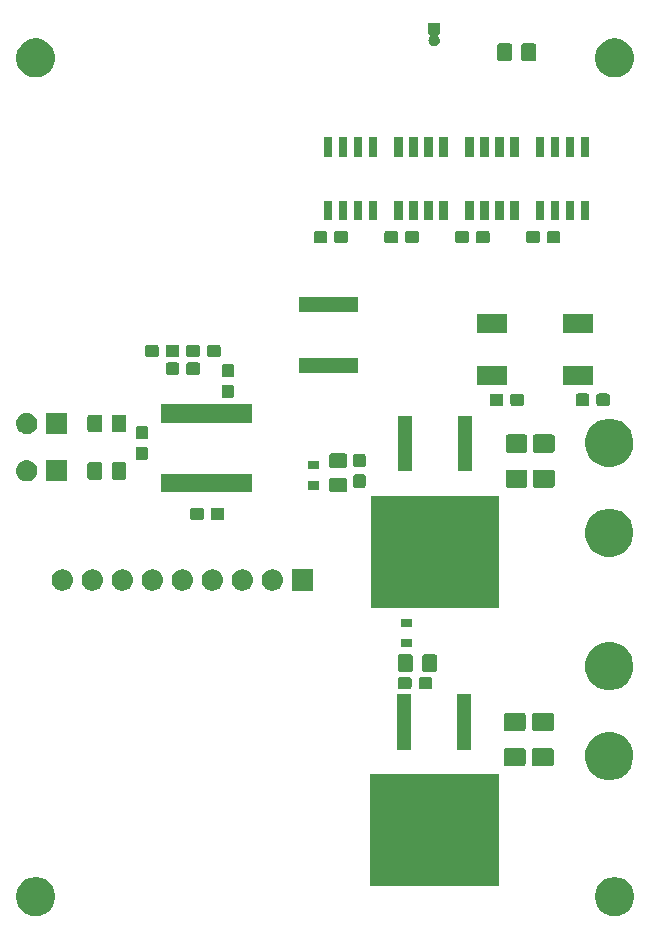
<source format=gbr>
G04 #@! TF.GenerationSoftware,KiCad,Pcbnew,5.0.2-bee76a0~70~ubuntu18.04.1*
G04 #@! TF.CreationDate,2019-10-10T22:37:19-05:00*
G04 #@! TF.ProjectId,nvmeter,6e766d65-7465-4722-9e6b-696361645f70,rev?*
G04 #@! TF.SameCoordinates,Original*
G04 #@! TF.FileFunction,Soldermask,Top*
G04 #@! TF.FilePolarity,Negative*
%FSLAX46Y46*%
G04 Gerber Fmt 4.6, Leading zero omitted, Abs format (unit mm)*
G04 Created by KiCad (PCBNEW 5.0.2-bee76a0~70~ubuntu18.04.1) date Thu 10 Oct 2019 10:37:19 PM CDT*
%MOMM*%
%LPD*%
G01*
G04 APERTURE LIST*
%ADD10C,0.100000*%
G04 APERTURE END LIST*
D10*
G36*
X70989303Y-92541495D02*
X71095626Y-92562644D01*
X71396089Y-92687100D01*
X71662899Y-92865377D01*
X71666501Y-92867784D01*
X71896460Y-93097743D01*
X72077145Y-93368157D01*
X72201600Y-93668619D01*
X72265047Y-93987586D01*
X72265047Y-94312808D01*
X72201600Y-94631775D01*
X72077145Y-94932237D01*
X71896460Y-95202651D01*
X71666501Y-95432610D01*
X71666498Y-95432612D01*
X71396089Y-95613294D01*
X71095626Y-95737750D01*
X70989303Y-95758899D01*
X70776658Y-95801197D01*
X70451436Y-95801197D01*
X70238791Y-95758899D01*
X70132468Y-95737750D01*
X69832005Y-95613294D01*
X69561596Y-95432612D01*
X69561593Y-95432610D01*
X69331634Y-95202651D01*
X69150949Y-94932237D01*
X69026494Y-94631775D01*
X68963047Y-94312808D01*
X68963047Y-93987586D01*
X69026494Y-93668619D01*
X69150949Y-93368157D01*
X69331634Y-93097743D01*
X69561593Y-92867784D01*
X69565195Y-92865377D01*
X69832005Y-92687100D01*
X70132468Y-92562644D01*
X70238791Y-92541495D01*
X70451436Y-92499197D01*
X70776658Y-92499197D01*
X70989303Y-92541495D01*
X70989303Y-92541495D01*
G37*
G36*
X21989303Y-92541495D02*
X22095626Y-92562644D01*
X22396089Y-92687100D01*
X22662899Y-92865377D01*
X22666501Y-92867784D01*
X22896460Y-93097743D01*
X23077145Y-93368157D01*
X23201600Y-93668619D01*
X23265047Y-93987586D01*
X23265047Y-94312808D01*
X23201600Y-94631775D01*
X23077145Y-94932237D01*
X22896460Y-95202651D01*
X22666501Y-95432610D01*
X22666498Y-95432612D01*
X22396089Y-95613294D01*
X22095626Y-95737750D01*
X21989303Y-95758899D01*
X21776658Y-95801197D01*
X21451436Y-95801197D01*
X21238791Y-95758899D01*
X21132468Y-95737750D01*
X20832005Y-95613294D01*
X20561596Y-95432612D01*
X20561593Y-95432610D01*
X20331634Y-95202651D01*
X20150949Y-94932237D01*
X20026494Y-94631775D01*
X19963047Y-94312808D01*
X19963047Y-93987586D01*
X20026494Y-93668619D01*
X20150949Y-93368157D01*
X20331634Y-93097743D01*
X20561593Y-92867784D01*
X20565195Y-92865377D01*
X20832005Y-92687100D01*
X21132468Y-92562644D01*
X21238791Y-92541495D01*
X21451436Y-92499197D01*
X21776658Y-92499197D01*
X21989303Y-92541495D01*
X21989303Y-92541495D01*
G37*
G36*
X60810645Y-93292566D02*
X49908645Y-93292566D01*
X49908645Y-83790566D01*
X60810645Y-83790566D01*
X60810645Y-93292566D01*
X60810645Y-93292566D01*
G37*
G36*
X70763377Y-80286538D02*
X70763379Y-80286539D01*
X70763380Y-80286539D01*
X71136638Y-80441147D01*
X71136639Y-80441148D01*
X71472564Y-80665606D01*
X71758239Y-80951281D01*
X71758241Y-80951284D01*
X71982698Y-81287207D01*
X72127054Y-81635714D01*
X72137307Y-81660468D01*
X72166294Y-81806197D01*
X72216125Y-82056714D01*
X72216125Y-82460726D01*
X72137306Y-82856975D01*
X71982698Y-83230233D01*
X71982697Y-83230234D01*
X71758239Y-83566159D01*
X71472564Y-83851834D01*
X71472561Y-83851836D01*
X71136638Y-84076293D01*
X70763380Y-84230901D01*
X70763379Y-84230901D01*
X70763377Y-84230902D01*
X70367132Y-84309720D01*
X69963118Y-84309720D01*
X69566873Y-84230902D01*
X69566871Y-84230901D01*
X69566870Y-84230901D01*
X69193612Y-84076293D01*
X68857689Y-83851836D01*
X68857686Y-83851834D01*
X68572011Y-83566159D01*
X68347553Y-83230234D01*
X68347552Y-83230233D01*
X68192944Y-82856975D01*
X68114125Y-82460726D01*
X68114125Y-82056714D01*
X68163956Y-81806197D01*
X68192943Y-81660468D01*
X68203196Y-81635714D01*
X68347552Y-81287207D01*
X68572009Y-80951284D01*
X68572011Y-80951281D01*
X68857686Y-80665606D01*
X69193611Y-80441148D01*
X69193612Y-80441147D01*
X69566870Y-80286539D01*
X69566871Y-80286539D01*
X69566873Y-80286538D01*
X69963118Y-80207720D01*
X70367132Y-80207720D01*
X70763377Y-80286538D01*
X70763377Y-80286538D01*
G37*
G36*
X62935207Y-81594747D02*
X62970122Y-81605339D01*
X63002310Y-81622544D01*
X63030518Y-81645693D01*
X63053667Y-81673901D01*
X63070872Y-81706089D01*
X63081464Y-81741004D01*
X63085645Y-81783461D01*
X63085645Y-82924671D01*
X63081464Y-82967128D01*
X63070872Y-83002043D01*
X63053667Y-83034231D01*
X63030518Y-83062439D01*
X63002310Y-83085588D01*
X62970122Y-83102793D01*
X62935207Y-83113385D01*
X62892750Y-83117566D01*
X61426540Y-83117566D01*
X61384083Y-83113385D01*
X61349168Y-83102793D01*
X61316980Y-83085588D01*
X61288772Y-83062439D01*
X61265623Y-83034231D01*
X61248418Y-83002043D01*
X61237826Y-82967128D01*
X61233645Y-82924671D01*
X61233645Y-81783461D01*
X61237826Y-81741004D01*
X61248418Y-81706089D01*
X61265623Y-81673901D01*
X61288772Y-81645693D01*
X61316980Y-81622544D01*
X61349168Y-81605339D01*
X61384083Y-81594747D01*
X61426540Y-81590566D01*
X62892750Y-81590566D01*
X62935207Y-81594747D01*
X62935207Y-81594747D01*
G37*
G36*
X65335207Y-81594747D02*
X65370122Y-81605339D01*
X65402310Y-81622544D01*
X65430518Y-81645693D01*
X65453667Y-81673901D01*
X65470872Y-81706089D01*
X65481464Y-81741004D01*
X65485645Y-81783461D01*
X65485645Y-82924671D01*
X65481464Y-82967128D01*
X65470872Y-83002043D01*
X65453667Y-83034231D01*
X65430518Y-83062439D01*
X65402310Y-83085588D01*
X65370122Y-83102793D01*
X65335207Y-83113385D01*
X65292750Y-83117566D01*
X63826540Y-83117566D01*
X63784083Y-83113385D01*
X63749168Y-83102793D01*
X63716980Y-83085588D01*
X63688772Y-83062439D01*
X63665623Y-83034231D01*
X63648418Y-83002043D01*
X63637826Y-82967128D01*
X63633645Y-82924671D01*
X63633645Y-81783461D01*
X63637826Y-81741004D01*
X63648418Y-81706089D01*
X63665623Y-81673901D01*
X63688772Y-81645693D01*
X63716980Y-81622544D01*
X63749168Y-81605339D01*
X63784083Y-81594747D01*
X63826540Y-81590566D01*
X65292750Y-81590566D01*
X65335207Y-81594747D01*
X65335207Y-81594747D01*
G37*
G36*
X58500645Y-81742566D02*
X57298645Y-81742566D01*
X57298645Y-77040566D01*
X58500645Y-77040566D01*
X58500645Y-81742566D01*
X58500645Y-81742566D01*
G37*
G36*
X53420645Y-81742566D02*
X52218645Y-81742566D01*
X52218645Y-77040566D01*
X53420645Y-77040566D01*
X53420645Y-81742566D01*
X53420645Y-81742566D01*
G37*
G36*
X62935207Y-78619747D02*
X62970122Y-78630339D01*
X63002310Y-78647544D01*
X63030518Y-78670693D01*
X63053667Y-78698901D01*
X63070872Y-78731089D01*
X63081464Y-78766004D01*
X63085645Y-78808461D01*
X63085645Y-79949671D01*
X63081464Y-79992128D01*
X63070872Y-80027043D01*
X63053667Y-80059231D01*
X63030518Y-80087439D01*
X63002310Y-80110588D01*
X62970122Y-80127793D01*
X62935207Y-80138385D01*
X62892750Y-80142566D01*
X61426540Y-80142566D01*
X61384083Y-80138385D01*
X61349168Y-80127793D01*
X61316980Y-80110588D01*
X61288772Y-80087439D01*
X61265623Y-80059231D01*
X61248418Y-80027043D01*
X61237826Y-79992128D01*
X61233645Y-79949671D01*
X61233645Y-78808461D01*
X61237826Y-78766004D01*
X61248418Y-78731089D01*
X61265623Y-78698901D01*
X61288772Y-78670693D01*
X61316980Y-78647544D01*
X61349168Y-78630339D01*
X61384083Y-78619747D01*
X61426540Y-78615566D01*
X62892750Y-78615566D01*
X62935207Y-78619747D01*
X62935207Y-78619747D01*
G37*
G36*
X65335207Y-78619747D02*
X65370122Y-78630339D01*
X65402310Y-78647544D01*
X65430518Y-78670693D01*
X65453667Y-78698901D01*
X65470872Y-78731089D01*
X65481464Y-78766004D01*
X65485645Y-78808461D01*
X65485645Y-79949671D01*
X65481464Y-79992128D01*
X65470872Y-80027043D01*
X65453667Y-80059231D01*
X65430518Y-80087439D01*
X65402310Y-80110588D01*
X65370122Y-80127793D01*
X65335207Y-80138385D01*
X65292750Y-80142566D01*
X63826540Y-80142566D01*
X63784083Y-80138385D01*
X63749168Y-80127793D01*
X63716980Y-80110588D01*
X63688772Y-80087439D01*
X63665623Y-80059231D01*
X63648418Y-80027043D01*
X63637826Y-79992128D01*
X63633645Y-79949671D01*
X63633645Y-78808461D01*
X63637826Y-78766004D01*
X63648418Y-78731089D01*
X63665623Y-78698901D01*
X63688772Y-78670693D01*
X63716980Y-78647544D01*
X63749168Y-78630339D01*
X63784083Y-78619747D01*
X63826540Y-78615566D01*
X65292750Y-78615566D01*
X65335207Y-78619747D01*
X65335207Y-78619747D01*
G37*
G36*
X70763377Y-72666538D02*
X70763379Y-72666539D01*
X70763380Y-72666539D01*
X71136638Y-72821147D01*
X71136639Y-72821148D01*
X71472564Y-73045606D01*
X71758239Y-73331281D01*
X71758241Y-73331284D01*
X71982698Y-73667207D01*
X72079224Y-73900243D01*
X72137307Y-74040468D01*
X72216125Y-74436713D01*
X72216125Y-74840727D01*
X72176453Y-75040173D01*
X72137306Y-75236975D01*
X71982698Y-75610233D01*
X71961129Y-75642513D01*
X71758239Y-75946159D01*
X71472564Y-76231834D01*
X71472561Y-76231836D01*
X71136638Y-76456293D01*
X70763380Y-76610901D01*
X70763379Y-76610901D01*
X70763377Y-76610902D01*
X70367132Y-76689720D01*
X69963118Y-76689720D01*
X69566873Y-76610902D01*
X69566871Y-76610901D01*
X69566870Y-76610901D01*
X69193612Y-76456293D01*
X68857689Y-76231836D01*
X68857686Y-76231834D01*
X68572011Y-75946159D01*
X68369121Y-75642513D01*
X68347552Y-75610233D01*
X68192944Y-75236975D01*
X68153798Y-75040173D01*
X68114125Y-74840727D01*
X68114125Y-74436713D01*
X68192943Y-74040468D01*
X68251026Y-73900243D01*
X68347552Y-73667207D01*
X68572009Y-73331284D01*
X68572011Y-73331281D01*
X68857686Y-73045606D01*
X69193611Y-72821148D01*
X69193612Y-72821147D01*
X69566870Y-72666539D01*
X69566871Y-72666539D01*
X69566873Y-72666538D01*
X69963118Y-72587720D01*
X70367132Y-72587720D01*
X70763377Y-72666538D01*
X70763377Y-72666538D01*
G37*
G36*
X53275765Y-75557515D02*
X53313259Y-75568889D01*
X53347823Y-75587364D01*
X53378113Y-75612223D01*
X53402972Y-75642513D01*
X53421447Y-75677077D01*
X53432821Y-75714571D01*
X53437266Y-75759708D01*
X53437266Y-76398432D01*
X53432821Y-76443569D01*
X53421447Y-76481063D01*
X53402972Y-76515627D01*
X53378113Y-76545917D01*
X53347823Y-76570776D01*
X53313259Y-76589251D01*
X53275765Y-76600625D01*
X53230628Y-76605070D01*
X52491904Y-76605070D01*
X52446767Y-76600625D01*
X52409273Y-76589251D01*
X52374709Y-76570776D01*
X52344419Y-76545917D01*
X52319560Y-76515627D01*
X52301085Y-76481063D01*
X52289711Y-76443569D01*
X52285266Y-76398432D01*
X52285266Y-75759708D01*
X52289711Y-75714571D01*
X52301085Y-75677077D01*
X52319560Y-75642513D01*
X52344419Y-75612223D01*
X52374709Y-75587364D01*
X52409273Y-75568889D01*
X52446767Y-75557515D01*
X52491904Y-75553070D01*
X53230628Y-75553070D01*
X53275765Y-75557515D01*
X53275765Y-75557515D01*
G37*
G36*
X55025765Y-75557515D02*
X55063259Y-75568889D01*
X55097823Y-75587364D01*
X55128113Y-75612223D01*
X55152972Y-75642513D01*
X55171447Y-75677077D01*
X55182821Y-75714571D01*
X55187266Y-75759708D01*
X55187266Y-76398432D01*
X55182821Y-76443569D01*
X55171447Y-76481063D01*
X55152972Y-76515627D01*
X55128113Y-76545917D01*
X55097823Y-76570776D01*
X55063259Y-76589251D01*
X55025765Y-76600625D01*
X54980628Y-76605070D01*
X54241904Y-76605070D01*
X54196767Y-76600625D01*
X54159273Y-76589251D01*
X54124709Y-76570776D01*
X54094419Y-76545917D01*
X54069560Y-76515627D01*
X54051085Y-76481063D01*
X54039711Y-76443569D01*
X54035266Y-76398432D01*
X54035266Y-75759708D01*
X54039711Y-75714571D01*
X54051085Y-75677077D01*
X54069560Y-75642513D01*
X54094419Y-75612223D01*
X54124709Y-75587364D01*
X54159273Y-75568889D01*
X54196767Y-75557515D01*
X54241904Y-75553070D01*
X54980628Y-75553070D01*
X55025765Y-75557515D01*
X55025765Y-75557515D01*
G37*
G36*
X53374943Y-73632535D02*
X53412630Y-73643968D01*
X53447369Y-73662536D01*
X53477814Y-73687522D01*
X53502800Y-73717967D01*
X53521368Y-73752706D01*
X53532801Y-73790393D01*
X53537266Y-73835731D01*
X53537266Y-74922409D01*
X53532801Y-74967747D01*
X53521368Y-75005434D01*
X53502800Y-75040173D01*
X53477814Y-75070618D01*
X53447369Y-75095604D01*
X53412630Y-75114172D01*
X53374943Y-75125605D01*
X53329605Y-75130070D01*
X52492927Y-75130070D01*
X52447589Y-75125605D01*
X52409902Y-75114172D01*
X52375163Y-75095604D01*
X52344718Y-75070618D01*
X52319732Y-75040173D01*
X52301164Y-75005434D01*
X52289731Y-74967747D01*
X52285266Y-74922409D01*
X52285266Y-73835731D01*
X52289731Y-73790393D01*
X52301164Y-73752706D01*
X52319732Y-73717967D01*
X52344718Y-73687522D01*
X52375163Y-73662536D01*
X52409902Y-73643968D01*
X52447589Y-73632535D01*
X52492927Y-73628070D01*
X53329605Y-73628070D01*
X53374943Y-73632535D01*
X53374943Y-73632535D01*
G37*
G36*
X55424943Y-73632535D02*
X55462630Y-73643968D01*
X55497369Y-73662536D01*
X55527814Y-73687522D01*
X55552800Y-73717967D01*
X55571368Y-73752706D01*
X55582801Y-73790393D01*
X55587266Y-73835731D01*
X55587266Y-74922409D01*
X55582801Y-74967747D01*
X55571368Y-75005434D01*
X55552800Y-75040173D01*
X55527814Y-75070618D01*
X55497369Y-75095604D01*
X55462630Y-75114172D01*
X55424943Y-75125605D01*
X55379605Y-75130070D01*
X54542927Y-75130070D01*
X54497589Y-75125605D01*
X54459902Y-75114172D01*
X54425163Y-75095604D01*
X54394718Y-75070618D01*
X54369732Y-75040173D01*
X54351164Y-75005434D01*
X54339731Y-74967747D01*
X54335266Y-74922409D01*
X54335266Y-73835731D01*
X54339731Y-73790393D01*
X54351164Y-73752706D01*
X54369732Y-73717967D01*
X54394718Y-73687522D01*
X54425163Y-73662536D01*
X54459902Y-73643968D01*
X54497589Y-73632535D01*
X54542927Y-73628070D01*
X55379605Y-73628070D01*
X55424943Y-73632535D01*
X55424943Y-73632535D01*
G37*
G36*
X53479542Y-73036894D02*
X52577542Y-73036894D01*
X52577542Y-72334894D01*
X53479542Y-72334894D01*
X53479542Y-73036894D01*
X53479542Y-73036894D01*
G37*
G36*
X53479542Y-71336894D02*
X52577542Y-71336894D01*
X52577542Y-70634894D01*
X53479542Y-70634894D01*
X53479542Y-71336894D01*
X53479542Y-71336894D01*
G37*
G36*
X60871613Y-69705506D02*
X49969613Y-69705506D01*
X49969613Y-60203506D01*
X60871613Y-60203506D01*
X60871613Y-69705506D01*
X60871613Y-69705506D01*
G37*
G36*
X29064489Y-66455715D02*
X29130674Y-66462234D01*
X29243900Y-66496581D01*
X29300514Y-66513754D01*
X29439134Y-66587849D01*
X29457038Y-66597419D01*
X29492776Y-66626749D01*
X29594233Y-66710011D01*
X29677495Y-66811468D01*
X29706825Y-66847206D01*
X29706826Y-66847208D01*
X29790490Y-67003730D01*
X29790490Y-67003731D01*
X29842010Y-67173570D01*
X29859406Y-67350197D01*
X29842010Y-67526824D01*
X29807663Y-67640050D01*
X29790490Y-67696664D01*
X29716395Y-67835284D01*
X29706825Y-67853188D01*
X29677495Y-67888926D01*
X29594233Y-67990383D01*
X29492776Y-68073645D01*
X29457038Y-68102975D01*
X29457036Y-68102976D01*
X29300514Y-68186640D01*
X29243900Y-68203813D01*
X29130674Y-68238160D01*
X29064489Y-68244679D01*
X28998307Y-68251197D01*
X28909787Y-68251197D01*
X28843605Y-68244679D01*
X28777420Y-68238160D01*
X28664194Y-68203813D01*
X28607580Y-68186640D01*
X28451058Y-68102976D01*
X28451056Y-68102975D01*
X28415318Y-68073645D01*
X28313861Y-67990383D01*
X28230599Y-67888926D01*
X28201269Y-67853188D01*
X28191699Y-67835284D01*
X28117604Y-67696664D01*
X28100431Y-67640050D01*
X28066084Y-67526824D01*
X28048688Y-67350197D01*
X28066084Y-67173570D01*
X28117604Y-67003731D01*
X28117604Y-67003730D01*
X28201268Y-66847208D01*
X28201269Y-66847206D01*
X28230599Y-66811468D01*
X28313861Y-66710011D01*
X28415318Y-66626749D01*
X28451056Y-66597419D01*
X28468960Y-66587849D01*
X28607580Y-66513754D01*
X28664194Y-66496581D01*
X28777420Y-66462234D01*
X28843605Y-66455715D01*
X28909787Y-66449197D01*
X28998307Y-66449197D01*
X29064489Y-66455715D01*
X29064489Y-66455715D01*
G37*
G36*
X23984489Y-66455715D02*
X24050674Y-66462234D01*
X24163900Y-66496581D01*
X24220514Y-66513754D01*
X24359134Y-66587849D01*
X24377038Y-66597419D01*
X24412776Y-66626749D01*
X24514233Y-66710011D01*
X24597495Y-66811468D01*
X24626825Y-66847206D01*
X24626826Y-66847208D01*
X24710490Y-67003730D01*
X24710490Y-67003731D01*
X24762010Y-67173570D01*
X24779406Y-67350197D01*
X24762010Y-67526824D01*
X24727663Y-67640050D01*
X24710490Y-67696664D01*
X24636395Y-67835284D01*
X24626825Y-67853188D01*
X24597495Y-67888926D01*
X24514233Y-67990383D01*
X24412776Y-68073645D01*
X24377038Y-68102975D01*
X24377036Y-68102976D01*
X24220514Y-68186640D01*
X24163900Y-68203813D01*
X24050674Y-68238160D01*
X23984489Y-68244679D01*
X23918307Y-68251197D01*
X23829787Y-68251197D01*
X23763605Y-68244679D01*
X23697420Y-68238160D01*
X23584194Y-68203813D01*
X23527580Y-68186640D01*
X23371058Y-68102976D01*
X23371056Y-68102975D01*
X23335318Y-68073645D01*
X23233861Y-67990383D01*
X23150599Y-67888926D01*
X23121269Y-67853188D01*
X23111699Y-67835284D01*
X23037604Y-67696664D01*
X23020431Y-67640050D01*
X22986084Y-67526824D01*
X22968688Y-67350197D01*
X22986084Y-67173570D01*
X23037604Y-67003731D01*
X23037604Y-67003730D01*
X23121268Y-66847208D01*
X23121269Y-66847206D01*
X23150599Y-66811468D01*
X23233861Y-66710011D01*
X23335318Y-66626749D01*
X23371056Y-66597419D01*
X23388960Y-66587849D01*
X23527580Y-66513754D01*
X23584194Y-66496581D01*
X23697420Y-66462234D01*
X23763605Y-66455715D01*
X23829787Y-66449197D01*
X23918307Y-66449197D01*
X23984489Y-66455715D01*
X23984489Y-66455715D01*
G37*
G36*
X26524489Y-66455715D02*
X26590674Y-66462234D01*
X26703900Y-66496581D01*
X26760514Y-66513754D01*
X26899134Y-66587849D01*
X26917038Y-66597419D01*
X26952776Y-66626749D01*
X27054233Y-66710011D01*
X27137495Y-66811468D01*
X27166825Y-66847206D01*
X27166826Y-66847208D01*
X27250490Y-67003730D01*
X27250490Y-67003731D01*
X27302010Y-67173570D01*
X27319406Y-67350197D01*
X27302010Y-67526824D01*
X27267663Y-67640050D01*
X27250490Y-67696664D01*
X27176395Y-67835284D01*
X27166825Y-67853188D01*
X27137495Y-67888926D01*
X27054233Y-67990383D01*
X26952776Y-68073645D01*
X26917038Y-68102975D01*
X26917036Y-68102976D01*
X26760514Y-68186640D01*
X26703900Y-68203813D01*
X26590674Y-68238160D01*
X26524489Y-68244679D01*
X26458307Y-68251197D01*
X26369787Y-68251197D01*
X26303605Y-68244679D01*
X26237420Y-68238160D01*
X26124194Y-68203813D01*
X26067580Y-68186640D01*
X25911058Y-68102976D01*
X25911056Y-68102975D01*
X25875318Y-68073645D01*
X25773861Y-67990383D01*
X25690599Y-67888926D01*
X25661269Y-67853188D01*
X25651699Y-67835284D01*
X25577604Y-67696664D01*
X25560431Y-67640050D01*
X25526084Y-67526824D01*
X25508688Y-67350197D01*
X25526084Y-67173570D01*
X25577604Y-67003731D01*
X25577604Y-67003730D01*
X25661268Y-66847208D01*
X25661269Y-66847206D01*
X25690599Y-66811468D01*
X25773861Y-66710011D01*
X25875318Y-66626749D01*
X25911056Y-66597419D01*
X25928960Y-66587849D01*
X26067580Y-66513754D01*
X26124194Y-66496581D01*
X26237420Y-66462234D01*
X26303605Y-66455715D01*
X26369787Y-66449197D01*
X26458307Y-66449197D01*
X26524489Y-66455715D01*
X26524489Y-66455715D01*
G37*
G36*
X31604489Y-66455715D02*
X31670674Y-66462234D01*
X31783900Y-66496581D01*
X31840514Y-66513754D01*
X31979134Y-66587849D01*
X31997038Y-66597419D01*
X32032776Y-66626749D01*
X32134233Y-66710011D01*
X32217495Y-66811468D01*
X32246825Y-66847206D01*
X32246826Y-66847208D01*
X32330490Y-67003730D01*
X32330490Y-67003731D01*
X32382010Y-67173570D01*
X32399406Y-67350197D01*
X32382010Y-67526824D01*
X32347663Y-67640050D01*
X32330490Y-67696664D01*
X32256395Y-67835284D01*
X32246825Y-67853188D01*
X32217495Y-67888926D01*
X32134233Y-67990383D01*
X32032776Y-68073645D01*
X31997038Y-68102975D01*
X31997036Y-68102976D01*
X31840514Y-68186640D01*
X31783900Y-68203813D01*
X31670674Y-68238160D01*
X31604489Y-68244679D01*
X31538307Y-68251197D01*
X31449787Y-68251197D01*
X31383605Y-68244679D01*
X31317420Y-68238160D01*
X31204194Y-68203813D01*
X31147580Y-68186640D01*
X30991058Y-68102976D01*
X30991056Y-68102975D01*
X30955318Y-68073645D01*
X30853861Y-67990383D01*
X30770599Y-67888926D01*
X30741269Y-67853188D01*
X30731699Y-67835284D01*
X30657604Y-67696664D01*
X30640431Y-67640050D01*
X30606084Y-67526824D01*
X30588688Y-67350197D01*
X30606084Y-67173570D01*
X30657604Y-67003731D01*
X30657604Y-67003730D01*
X30741268Y-66847208D01*
X30741269Y-66847206D01*
X30770599Y-66811468D01*
X30853861Y-66710011D01*
X30955318Y-66626749D01*
X30991056Y-66597419D01*
X31008960Y-66587849D01*
X31147580Y-66513754D01*
X31204194Y-66496581D01*
X31317420Y-66462234D01*
X31383605Y-66455715D01*
X31449787Y-66449197D01*
X31538307Y-66449197D01*
X31604489Y-66455715D01*
X31604489Y-66455715D01*
G37*
G36*
X34144489Y-66455715D02*
X34210674Y-66462234D01*
X34323900Y-66496581D01*
X34380514Y-66513754D01*
X34519134Y-66587849D01*
X34537038Y-66597419D01*
X34572776Y-66626749D01*
X34674233Y-66710011D01*
X34757495Y-66811468D01*
X34786825Y-66847206D01*
X34786826Y-66847208D01*
X34870490Y-67003730D01*
X34870490Y-67003731D01*
X34922010Y-67173570D01*
X34939406Y-67350197D01*
X34922010Y-67526824D01*
X34887663Y-67640050D01*
X34870490Y-67696664D01*
X34796395Y-67835284D01*
X34786825Y-67853188D01*
X34757495Y-67888926D01*
X34674233Y-67990383D01*
X34572776Y-68073645D01*
X34537038Y-68102975D01*
X34537036Y-68102976D01*
X34380514Y-68186640D01*
X34323900Y-68203813D01*
X34210674Y-68238160D01*
X34144489Y-68244679D01*
X34078307Y-68251197D01*
X33989787Y-68251197D01*
X33923605Y-68244679D01*
X33857420Y-68238160D01*
X33744194Y-68203813D01*
X33687580Y-68186640D01*
X33531058Y-68102976D01*
X33531056Y-68102975D01*
X33495318Y-68073645D01*
X33393861Y-67990383D01*
X33310599Y-67888926D01*
X33281269Y-67853188D01*
X33271699Y-67835284D01*
X33197604Y-67696664D01*
X33180431Y-67640050D01*
X33146084Y-67526824D01*
X33128688Y-67350197D01*
X33146084Y-67173570D01*
X33197604Y-67003731D01*
X33197604Y-67003730D01*
X33281268Y-66847208D01*
X33281269Y-66847206D01*
X33310599Y-66811468D01*
X33393861Y-66710011D01*
X33495318Y-66626749D01*
X33531056Y-66597419D01*
X33548960Y-66587849D01*
X33687580Y-66513754D01*
X33744194Y-66496581D01*
X33857420Y-66462234D01*
X33923605Y-66455715D01*
X33989787Y-66449197D01*
X34078307Y-66449197D01*
X34144489Y-66455715D01*
X34144489Y-66455715D01*
G37*
G36*
X36684489Y-66455715D02*
X36750674Y-66462234D01*
X36863900Y-66496581D01*
X36920514Y-66513754D01*
X37059134Y-66587849D01*
X37077038Y-66597419D01*
X37112776Y-66626749D01*
X37214233Y-66710011D01*
X37297495Y-66811468D01*
X37326825Y-66847206D01*
X37326826Y-66847208D01*
X37410490Y-67003730D01*
X37410490Y-67003731D01*
X37462010Y-67173570D01*
X37479406Y-67350197D01*
X37462010Y-67526824D01*
X37427663Y-67640050D01*
X37410490Y-67696664D01*
X37336395Y-67835284D01*
X37326825Y-67853188D01*
X37297495Y-67888926D01*
X37214233Y-67990383D01*
X37112776Y-68073645D01*
X37077038Y-68102975D01*
X37077036Y-68102976D01*
X36920514Y-68186640D01*
X36863900Y-68203813D01*
X36750674Y-68238160D01*
X36684489Y-68244679D01*
X36618307Y-68251197D01*
X36529787Y-68251197D01*
X36463605Y-68244679D01*
X36397420Y-68238160D01*
X36284194Y-68203813D01*
X36227580Y-68186640D01*
X36071058Y-68102976D01*
X36071056Y-68102975D01*
X36035318Y-68073645D01*
X35933861Y-67990383D01*
X35850599Y-67888926D01*
X35821269Y-67853188D01*
X35811699Y-67835284D01*
X35737604Y-67696664D01*
X35720431Y-67640050D01*
X35686084Y-67526824D01*
X35668688Y-67350197D01*
X35686084Y-67173570D01*
X35737604Y-67003731D01*
X35737604Y-67003730D01*
X35821268Y-66847208D01*
X35821269Y-66847206D01*
X35850599Y-66811468D01*
X35933861Y-66710011D01*
X36035318Y-66626749D01*
X36071056Y-66597419D01*
X36088960Y-66587849D01*
X36227580Y-66513754D01*
X36284194Y-66496581D01*
X36397420Y-66462234D01*
X36463605Y-66455715D01*
X36529787Y-66449197D01*
X36618307Y-66449197D01*
X36684489Y-66455715D01*
X36684489Y-66455715D01*
G37*
G36*
X39224489Y-66455715D02*
X39290674Y-66462234D01*
X39403900Y-66496581D01*
X39460514Y-66513754D01*
X39599134Y-66587849D01*
X39617038Y-66597419D01*
X39652776Y-66626749D01*
X39754233Y-66710011D01*
X39837495Y-66811468D01*
X39866825Y-66847206D01*
X39866826Y-66847208D01*
X39950490Y-67003730D01*
X39950490Y-67003731D01*
X40002010Y-67173570D01*
X40019406Y-67350197D01*
X40002010Y-67526824D01*
X39967663Y-67640050D01*
X39950490Y-67696664D01*
X39876395Y-67835284D01*
X39866825Y-67853188D01*
X39837495Y-67888926D01*
X39754233Y-67990383D01*
X39652776Y-68073645D01*
X39617038Y-68102975D01*
X39617036Y-68102976D01*
X39460514Y-68186640D01*
X39403900Y-68203813D01*
X39290674Y-68238160D01*
X39224489Y-68244679D01*
X39158307Y-68251197D01*
X39069787Y-68251197D01*
X39003605Y-68244679D01*
X38937420Y-68238160D01*
X38824194Y-68203813D01*
X38767580Y-68186640D01*
X38611058Y-68102976D01*
X38611056Y-68102975D01*
X38575318Y-68073645D01*
X38473861Y-67990383D01*
X38390599Y-67888926D01*
X38361269Y-67853188D01*
X38351699Y-67835284D01*
X38277604Y-67696664D01*
X38260431Y-67640050D01*
X38226084Y-67526824D01*
X38208688Y-67350197D01*
X38226084Y-67173570D01*
X38277604Y-67003731D01*
X38277604Y-67003730D01*
X38361268Y-66847208D01*
X38361269Y-66847206D01*
X38390599Y-66811468D01*
X38473861Y-66710011D01*
X38575318Y-66626749D01*
X38611056Y-66597419D01*
X38628960Y-66587849D01*
X38767580Y-66513754D01*
X38824194Y-66496581D01*
X38937420Y-66462234D01*
X39003605Y-66455715D01*
X39069787Y-66449197D01*
X39158307Y-66449197D01*
X39224489Y-66455715D01*
X39224489Y-66455715D01*
G37*
G36*
X41764489Y-66455715D02*
X41830674Y-66462234D01*
X41943900Y-66496581D01*
X42000514Y-66513754D01*
X42139134Y-66587849D01*
X42157038Y-66597419D01*
X42192776Y-66626749D01*
X42294233Y-66710011D01*
X42377495Y-66811468D01*
X42406825Y-66847206D01*
X42406826Y-66847208D01*
X42490490Y-67003730D01*
X42490490Y-67003731D01*
X42542010Y-67173570D01*
X42559406Y-67350197D01*
X42542010Y-67526824D01*
X42507663Y-67640050D01*
X42490490Y-67696664D01*
X42416395Y-67835284D01*
X42406825Y-67853188D01*
X42377495Y-67888926D01*
X42294233Y-67990383D01*
X42192776Y-68073645D01*
X42157038Y-68102975D01*
X42157036Y-68102976D01*
X42000514Y-68186640D01*
X41943900Y-68203813D01*
X41830674Y-68238160D01*
X41764489Y-68244679D01*
X41698307Y-68251197D01*
X41609787Y-68251197D01*
X41543605Y-68244679D01*
X41477420Y-68238160D01*
X41364194Y-68203813D01*
X41307580Y-68186640D01*
X41151058Y-68102976D01*
X41151056Y-68102975D01*
X41115318Y-68073645D01*
X41013861Y-67990383D01*
X40930599Y-67888926D01*
X40901269Y-67853188D01*
X40891699Y-67835284D01*
X40817604Y-67696664D01*
X40800431Y-67640050D01*
X40766084Y-67526824D01*
X40748688Y-67350197D01*
X40766084Y-67173570D01*
X40817604Y-67003731D01*
X40817604Y-67003730D01*
X40901268Y-66847208D01*
X40901269Y-66847206D01*
X40930599Y-66811468D01*
X41013861Y-66710011D01*
X41115318Y-66626749D01*
X41151056Y-66597419D01*
X41168960Y-66587849D01*
X41307580Y-66513754D01*
X41364194Y-66496581D01*
X41477420Y-66462234D01*
X41543605Y-66455715D01*
X41609787Y-66449197D01*
X41698307Y-66449197D01*
X41764489Y-66455715D01*
X41764489Y-66455715D01*
G37*
G36*
X45095047Y-68251197D02*
X43293047Y-68251197D01*
X43293047Y-66449197D01*
X45095047Y-66449197D01*
X45095047Y-68251197D01*
X45095047Y-68251197D01*
G37*
G36*
X70763377Y-61386538D02*
X70763379Y-61386539D01*
X70763380Y-61386539D01*
X71136638Y-61541147D01*
X71136639Y-61541148D01*
X71472564Y-61765606D01*
X71758239Y-62051281D01*
X71758241Y-62051284D01*
X71982698Y-62387207D01*
X72137306Y-62760465D01*
X72216125Y-63156714D01*
X72216125Y-63560726D01*
X72137306Y-63956975D01*
X71982698Y-64330233D01*
X71982697Y-64330234D01*
X71758239Y-64666159D01*
X71472564Y-64951834D01*
X71472561Y-64951836D01*
X71136638Y-65176293D01*
X70763380Y-65330901D01*
X70763379Y-65330901D01*
X70763377Y-65330902D01*
X70367132Y-65409720D01*
X69963118Y-65409720D01*
X69566873Y-65330902D01*
X69566871Y-65330901D01*
X69566870Y-65330901D01*
X69193612Y-65176293D01*
X68857689Y-64951836D01*
X68857686Y-64951834D01*
X68572011Y-64666159D01*
X68347553Y-64330234D01*
X68347552Y-64330233D01*
X68192944Y-63956975D01*
X68114125Y-63560726D01*
X68114125Y-63156714D01*
X68192944Y-62760465D01*
X68347552Y-62387207D01*
X68572009Y-62051284D01*
X68572011Y-62051281D01*
X68857686Y-61765606D01*
X69193611Y-61541148D01*
X69193612Y-61541147D01*
X69566870Y-61386539D01*
X69566871Y-61386539D01*
X69566873Y-61386538D01*
X69963118Y-61307720D01*
X70367132Y-61307720D01*
X70763377Y-61386538D01*
X70763377Y-61386538D01*
G37*
G36*
X35679426Y-61230762D02*
X35716920Y-61242136D01*
X35751484Y-61260611D01*
X35781774Y-61285470D01*
X35806633Y-61315760D01*
X35825108Y-61350324D01*
X35836482Y-61387818D01*
X35840927Y-61432955D01*
X35840927Y-62071679D01*
X35836482Y-62116816D01*
X35825108Y-62154310D01*
X35806633Y-62188874D01*
X35781774Y-62219164D01*
X35751484Y-62244023D01*
X35716920Y-62262498D01*
X35679426Y-62273872D01*
X35634289Y-62278317D01*
X34895565Y-62278317D01*
X34850428Y-62273872D01*
X34812934Y-62262498D01*
X34778370Y-62244023D01*
X34748080Y-62219164D01*
X34723221Y-62188874D01*
X34704746Y-62154310D01*
X34693372Y-62116816D01*
X34688927Y-62071679D01*
X34688927Y-61432955D01*
X34693372Y-61387818D01*
X34704746Y-61350324D01*
X34723221Y-61315760D01*
X34748080Y-61285470D01*
X34778370Y-61260611D01*
X34812934Y-61242136D01*
X34850428Y-61230762D01*
X34895565Y-61226317D01*
X35634289Y-61226317D01*
X35679426Y-61230762D01*
X35679426Y-61230762D01*
G37*
G36*
X37429426Y-61230762D02*
X37466920Y-61242136D01*
X37501484Y-61260611D01*
X37531774Y-61285470D01*
X37556633Y-61315760D01*
X37575108Y-61350324D01*
X37586482Y-61387818D01*
X37590927Y-61432955D01*
X37590927Y-62071679D01*
X37586482Y-62116816D01*
X37575108Y-62154310D01*
X37556633Y-62188874D01*
X37531774Y-62219164D01*
X37501484Y-62244023D01*
X37466920Y-62262498D01*
X37429426Y-62273872D01*
X37384289Y-62278317D01*
X36645565Y-62278317D01*
X36600428Y-62273872D01*
X36562934Y-62262498D01*
X36528370Y-62244023D01*
X36498080Y-62219164D01*
X36473221Y-62188874D01*
X36454746Y-62154310D01*
X36443372Y-62116816D01*
X36438927Y-62071679D01*
X36438927Y-61432955D01*
X36443372Y-61387818D01*
X36454746Y-61350324D01*
X36473221Y-61315760D01*
X36498080Y-61285470D01*
X36528370Y-61260611D01*
X36562934Y-61242136D01*
X36600428Y-61230762D01*
X36645565Y-61226317D01*
X37384289Y-61226317D01*
X37429426Y-61230762D01*
X37429426Y-61230762D01*
G37*
G36*
X47809290Y-58682971D02*
X47846977Y-58694404D01*
X47881716Y-58712972D01*
X47912161Y-58737958D01*
X47937147Y-58768403D01*
X47955715Y-58803142D01*
X47967148Y-58840829D01*
X47971613Y-58886167D01*
X47971613Y-59722845D01*
X47967148Y-59768183D01*
X47955715Y-59805870D01*
X47937147Y-59840609D01*
X47912161Y-59871054D01*
X47881716Y-59896040D01*
X47846977Y-59914608D01*
X47809290Y-59926041D01*
X47763952Y-59930506D01*
X46677274Y-59930506D01*
X46631936Y-59926041D01*
X46594249Y-59914608D01*
X46559510Y-59896040D01*
X46529065Y-59871054D01*
X46504079Y-59840609D01*
X46485511Y-59805870D01*
X46474078Y-59768183D01*
X46469613Y-59722845D01*
X46469613Y-58886167D01*
X46474078Y-58840829D01*
X46485511Y-58803142D01*
X46504079Y-58768403D01*
X46529065Y-58737958D01*
X46559510Y-58712972D01*
X46594249Y-58694404D01*
X46631936Y-58682971D01*
X46677274Y-58678506D01*
X47763952Y-58678506D01*
X47809290Y-58682971D01*
X47809290Y-58682971D01*
G37*
G36*
X39916917Y-59925097D02*
X32217777Y-59925097D01*
X32217777Y-58375297D01*
X39916917Y-58375297D01*
X39916917Y-59925097D01*
X39916917Y-59925097D01*
G37*
G36*
X45579542Y-59686894D02*
X44677542Y-59686894D01*
X44677542Y-58984894D01*
X45579542Y-58984894D01*
X45579542Y-59686894D01*
X45579542Y-59686894D01*
G37*
G36*
X49385112Y-58407951D02*
X49422606Y-58419325D01*
X49457170Y-58437800D01*
X49487460Y-58462659D01*
X49512319Y-58492949D01*
X49530794Y-58527513D01*
X49542168Y-58565007D01*
X49546613Y-58610144D01*
X49546613Y-59348868D01*
X49542168Y-59394005D01*
X49530794Y-59431499D01*
X49512319Y-59466063D01*
X49487460Y-59496353D01*
X49457170Y-59521212D01*
X49422606Y-59539687D01*
X49385112Y-59551061D01*
X49339975Y-59555506D01*
X48701251Y-59555506D01*
X48656114Y-59551061D01*
X48618620Y-59539687D01*
X48584056Y-59521212D01*
X48553766Y-59496353D01*
X48528907Y-59466063D01*
X48510432Y-59431499D01*
X48499058Y-59394005D01*
X48494613Y-59348868D01*
X48494613Y-58610144D01*
X48499058Y-58565007D01*
X48510432Y-58527513D01*
X48528907Y-58492949D01*
X48553766Y-58462659D01*
X48584056Y-58437800D01*
X48618620Y-58419325D01*
X48656114Y-58407951D01*
X48701251Y-58403506D01*
X49339975Y-58403506D01*
X49385112Y-58407951D01*
X49385112Y-58407951D01*
G37*
G36*
X63096175Y-58007687D02*
X63131090Y-58018279D01*
X63163278Y-58035484D01*
X63191486Y-58058633D01*
X63214635Y-58086841D01*
X63231840Y-58119029D01*
X63242432Y-58153944D01*
X63246613Y-58196401D01*
X63246613Y-59337611D01*
X63242432Y-59380068D01*
X63231840Y-59414983D01*
X63214635Y-59447171D01*
X63191486Y-59475379D01*
X63163278Y-59498528D01*
X63131090Y-59515733D01*
X63096175Y-59526325D01*
X63053718Y-59530506D01*
X61587508Y-59530506D01*
X61545051Y-59526325D01*
X61510136Y-59515733D01*
X61477948Y-59498528D01*
X61449740Y-59475379D01*
X61426591Y-59447171D01*
X61409386Y-59414983D01*
X61398794Y-59380068D01*
X61394613Y-59337611D01*
X61394613Y-58196401D01*
X61398794Y-58153944D01*
X61409386Y-58119029D01*
X61426591Y-58086841D01*
X61449740Y-58058633D01*
X61477948Y-58035484D01*
X61510136Y-58018279D01*
X61545051Y-58007687D01*
X61587508Y-58003506D01*
X63053718Y-58003506D01*
X63096175Y-58007687D01*
X63096175Y-58007687D01*
G37*
G36*
X65396175Y-58007687D02*
X65431090Y-58018279D01*
X65463278Y-58035484D01*
X65491486Y-58058633D01*
X65514635Y-58086841D01*
X65531840Y-58119029D01*
X65542432Y-58153944D01*
X65546613Y-58196401D01*
X65546613Y-59337611D01*
X65542432Y-59380068D01*
X65531840Y-59414983D01*
X65514635Y-59447171D01*
X65491486Y-59475379D01*
X65463278Y-59498528D01*
X65431090Y-59515733D01*
X65396175Y-59526325D01*
X65353718Y-59530506D01*
X63887508Y-59530506D01*
X63845051Y-59526325D01*
X63810136Y-59515733D01*
X63777948Y-59498528D01*
X63749740Y-59475379D01*
X63726591Y-59447171D01*
X63709386Y-59414983D01*
X63698794Y-59380068D01*
X63694613Y-59337611D01*
X63694613Y-58196401D01*
X63698794Y-58153944D01*
X63709386Y-58119029D01*
X63726591Y-58086841D01*
X63749740Y-58058633D01*
X63777948Y-58035484D01*
X63810136Y-58018279D01*
X63845051Y-58007687D01*
X63887508Y-58003506D01*
X65353718Y-58003506D01*
X65396175Y-58007687D01*
X65396175Y-58007687D01*
G37*
G36*
X24300191Y-58996059D02*
X22498191Y-58996059D01*
X22498191Y-57194059D01*
X24300191Y-57194059D01*
X24300191Y-58996059D01*
X24300191Y-58996059D01*
G37*
G36*
X20969634Y-57200578D02*
X21035818Y-57207096D01*
X21149044Y-57241443D01*
X21205658Y-57258616D01*
X21342637Y-57331834D01*
X21362182Y-57342281D01*
X21370721Y-57349289D01*
X21499377Y-57454873D01*
X21571294Y-57542506D01*
X21611969Y-57592068D01*
X21611970Y-57592070D01*
X21695634Y-57748592D01*
X21706825Y-57785486D01*
X21747154Y-57918432D01*
X21764550Y-58095059D01*
X21747154Y-58271686D01*
X21715724Y-58375297D01*
X21695634Y-58441526D01*
X21668147Y-58492949D01*
X21611969Y-58598050D01*
X21588223Y-58626984D01*
X21499377Y-58735245D01*
X21420240Y-58800190D01*
X21362182Y-58847837D01*
X21362180Y-58847838D01*
X21205658Y-58931502D01*
X21149044Y-58948675D01*
X21035818Y-58983022D01*
X20969634Y-58989540D01*
X20903451Y-58996059D01*
X20814931Y-58996059D01*
X20748748Y-58989540D01*
X20682564Y-58983022D01*
X20569338Y-58948675D01*
X20512724Y-58931502D01*
X20356202Y-58847838D01*
X20356200Y-58847837D01*
X20298142Y-58800190D01*
X20219005Y-58735245D01*
X20130159Y-58626984D01*
X20106413Y-58598050D01*
X20050235Y-58492949D01*
X20022748Y-58441526D01*
X20002658Y-58375297D01*
X19971228Y-58271686D01*
X19953832Y-58095059D01*
X19971228Y-57918432D01*
X20011557Y-57785486D01*
X20022748Y-57748592D01*
X20106412Y-57592070D01*
X20106413Y-57592068D01*
X20147088Y-57542506D01*
X20219005Y-57454873D01*
X20347661Y-57349289D01*
X20356200Y-57342281D01*
X20375745Y-57331834D01*
X20512724Y-57258616D01*
X20569338Y-57241443D01*
X20682564Y-57207096D01*
X20748748Y-57200578D01*
X20814931Y-57194059D01*
X20903451Y-57194059D01*
X20969634Y-57200578D01*
X20969634Y-57200578D01*
G37*
G36*
X29137868Y-57348524D02*
X29175555Y-57359957D01*
X29210294Y-57378525D01*
X29240739Y-57403511D01*
X29265725Y-57433956D01*
X29284293Y-57468695D01*
X29295726Y-57506382D01*
X29300191Y-57551720D01*
X29300191Y-58638398D01*
X29295726Y-58683736D01*
X29284293Y-58721423D01*
X29265725Y-58756162D01*
X29240739Y-58786607D01*
X29210294Y-58811593D01*
X29175555Y-58830161D01*
X29137868Y-58841594D01*
X29092530Y-58846059D01*
X28255852Y-58846059D01*
X28210514Y-58841594D01*
X28172827Y-58830161D01*
X28138088Y-58811593D01*
X28107643Y-58786607D01*
X28082657Y-58756162D01*
X28064089Y-58721423D01*
X28052656Y-58683736D01*
X28048191Y-58638398D01*
X28048191Y-57551720D01*
X28052656Y-57506382D01*
X28064089Y-57468695D01*
X28082657Y-57433956D01*
X28107643Y-57403511D01*
X28138088Y-57378525D01*
X28172827Y-57359957D01*
X28210514Y-57348524D01*
X28255852Y-57344059D01*
X29092530Y-57344059D01*
X29137868Y-57348524D01*
X29137868Y-57348524D01*
G37*
G36*
X27087868Y-57348524D02*
X27125555Y-57359957D01*
X27160294Y-57378525D01*
X27190739Y-57403511D01*
X27215725Y-57433956D01*
X27234293Y-57468695D01*
X27245726Y-57506382D01*
X27250191Y-57551720D01*
X27250191Y-58638398D01*
X27245726Y-58683736D01*
X27234293Y-58721423D01*
X27215725Y-58756162D01*
X27190739Y-58786607D01*
X27160294Y-58811593D01*
X27125555Y-58830161D01*
X27087868Y-58841594D01*
X27042530Y-58846059D01*
X26205852Y-58846059D01*
X26160514Y-58841594D01*
X26122827Y-58830161D01*
X26088088Y-58811593D01*
X26057643Y-58786607D01*
X26032657Y-58756162D01*
X26014089Y-58721423D01*
X26002656Y-58683736D01*
X25998191Y-58638398D01*
X25998191Y-57551720D01*
X26002656Y-57506382D01*
X26014089Y-57468695D01*
X26032657Y-57433956D01*
X26057643Y-57403511D01*
X26088088Y-57378525D01*
X26122827Y-57359957D01*
X26160514Y-57348524D01*
X26205852Y-57344059D01*
X27042530Y-57344059D01*
X27087868Y-57348524D01*
X27087868Y-57348524D01*
G37*
G36*
X53481613Y-58155506D02*
X52279613Y-58155506D01*
X52279613Y-53453506D01*
X53481613Y-53453506D01*
X53481613Y-58155506D01*
X53481613Y-58155506D01*
G37*
G36*
X58561613Y-58155506D02*
X57359613Y-58155506D01*
X57359613Y-53453506D01*
X58561613Y-53453506D01*
X58561613Y-58155506D01*
X58561613Y-58155506D01*
G37*
G36*
X45579542Y-57986894D02*
X44677542Y-57986894D01*
X44677542Y-57284894D01*
X45579542Y-57284894D01*
X45579542Y-57986894D01*
X45579542Y-57986894D01*
G37*
G36*
X47809290Y-56632971D02*
X47846977Y-56644404D01*
X47881716Y-56662972D01*
X47912161Y-56687958D01*
X47937147Y-56718403D01*
X47955715Y-56753142D01*
X47967148Y-56790829D01*
X47971613Y-56836167D01*
X47971613Y-57672845D01*
X47967148Y-57718183D01*
X47955715Y-57755870D01*
X47937147Y-57790609D01*
X47912161Y-57821054D01*
X47881716Y-57846040D01*
X47846977Y-57864608D01*
X47809290Y-57876041D01*
X47763952Y-57880506D01*
X46677274Y-57880506D01*
X46631936Y-57876041D01*
X46594249Y-57864608D01*
X46559510Y-57846040D01*
X46529065Y-57821054D01*
X46504079Y-57790609D01*
X46485511Y-57755870D01*
X46474078Y-57718183D01*
X46469613Y-57672845D01*
X46469613Y-56836167D01*
X46474078Y-56790829D01*
X46485511Y-56753142D01*
X46504079Y-56718403D01*
X46529065Y-56687958D01*
X46559510Y-56662972D01*
X46594249Y-56644404D01*
X46631936Y-56632971D01*
X46677274Y-56628506D01*
X47763952Y-56628506D01*
X47809290Y-56632971D01*
X47809290Y-56632971D01*
G37*
G36*
X49385112Y-56657951D02*
X49422606Y-56669325D01*
X49457170Y-56687800D01*
X49487460Y-56712659D01*
X49512319Y-56742949D01*
X49530794Y-56777513D01*
X49542168Y-56815007D01*
X49546613Y-56860144D01*
X49546613Y-57598868D01*
X49542168Y-57644005D01*
X49530794Y-57681499D01*
X49512319Y-57716063D01*
X49487460Y-57746353D01*
X49457170Y-57771212D01*
X49422606Y-57789687D01*
X49385112Y-57801061D01*
X49339975Y-57805506D01*
X48701251Y-57805506D01*
X48656114Y-57801061D01*
X48618620Y-57789687D01*
X48584056Y-57771212D01*
X48553766Y-57746353D01*
X48528907Y-57716063D01*
X48510432Y-57681499D01*
X48499058Y-57644005D01*
X48494613Y-57598868D01*
X48494613Y-56860144D01*
X48499058Y-56815007D01*
X48510432Y-56777513D01*
X48528907Y-56742949D01*
X48553766Y-56712659D01*
X48584056Y-56687800D01*
X48618620Y-56669325D01*
X48656114Y-56657951D01*
X48701251Y-56653506D01*
X49339975Y-56653506D01*
X49385112Y-56657951D01*
X49385112Y-56657951D01*
G37*
G36*
X70763377Y-53766538D02*
X70763379Y-53766539D01*
X70763380Y-53766539D01*
X71136638Y-53921147D01*
X71396915Y-54095059D01*
X71472564Y-54145606D01*
X71758239Y-54431281D01*
X71758241Y-54431284D01*
X71982698Y-54767207D01*
X72137306Y-55140465D01*
X72137307Y-55140468D01*
X72216125Y-55536713D01*
X72216125Y-55940727D01*
X72147126Y-56287611D01*
X72137306Y-56336975D01*
X71982698Y-56710233D01*
X71830377Y-56938197D01*
X71758239Y-57046159D01*
X71472564Y-57331834D01*
X71472561Y-57331836D01*
X71136638Y-57556293D01*
X70763380Y-57710901D01*
X70763379Y-57710901D01*
X70763377Y-57710902D01*
X70367132Y-57789720D01*
X69963118Y-57789720D01*
X69566873Y-57710902D01*
X69566871Y-57710901D01*
X69566870Y-57710901D01*
X69193612Y-57556293D01*
X68857689Y-57331836D01*
X68857686Y-57331834D01*
X68572011Y-57046159D01*
X68499873Y-56938197D01*
X68347552Y-56710233D01*
X68192944Y-56336975D01*
X68183125Y-56287611D01*
X68114125Y-55940727D01*
X68114125Y-55536713D01*
X68192943Y-55140468D01*
X68192944Y-55140465D01*
X68347552Y-54767207D01*
X68572009Y-54431284D01*
X68572011Y-54431281D01*
X68857686Y-54145606D01*
X68933335Y-54095059D01*
X69193612Y-53921147D01*
X69566870Y-53766539D01*
X69566871Y-53766539D01*
X69566873Y-53766538D01*
X69963118Y-53687720D01*
X70367132Y-53687720D01*
X70763377Y-53766538D01*
X70763377Y-53766538D01*
G37*
G36*
X30958546Y-56053642D02*
X30996040Y-56065016D01*
X31030604Y-56083491D01*
X31060894Y-56108350D01*
X31085753Y-56138640D01*
X31104228Y-56173204D01*
X31115602Y-56210698D01*
X31120047Y-56255835D01*
X31120047Y-56994559D01*
X31115602Y-57039696D01*
X31104228Y-57077190D01*
X31085753Y-57111754D01*
X31060894Y-57142044D01*
X31030604Y-57166903D01*
X30996040Y-57185378D01*
X30958546Y-57196752D01*
X30913409Y-57201197D01*
X30274685Y-57201197D01*
X30229548Y-57196752D01*
X30192054Y-57185378D01*
X30157490Y-57166903D01*
X30127200Y-57142044D01*
X30102341Y-57111754D01*
X30083866Y-57077190D01*
X30072492Y-57039696D01*
X30068047Y-56994559D01*
X30068047Y-56255835D01*
X30072492Y-56210698D01*
X30083866Y-56173204D01*
X30102341Y-56138640D01*
X30127200Y-56108350D01*
X30157490Y-56083491D01*
X30192054Y-56065016D01*
X30229548Y-56053642D01*
X30274685Y-56049197D01*
X30913409Y-56049197D01*
X30958546Y-56053642D01*
X30958546Y-56053642D01*
G37*
G36*
X63096175Y-55032687D02*
X63131090Y-55043279D01*
X63163278Y-55060484D01*
X63191486Y-55083633D01*
X63214635Y-55111841D01*
X63231840Y-55144029D01*
X63242432Y-55178944D01*
X63246613Y-55221401D01*
X63246613Y-56362611D01*
X63242432Y-56405068D01*
X63231840Y-56439983D01*
X63214635Y-56472171D01*
X63191486Y-56500379D01*
X63163278Y-56523528D01*
X63131090Y-56540733D01*
X63096175Y-56551325D01*
X63053718Y-56555506D01*
X61587508Y-56555506D01*
X61545051Y-56551325D01*
X61510136Y-56540733D01*
X61477948Y-56523528D01*
X61449740Y-56500379D01*
X61426591Y-56472171D01*
X61409386Y-56439983D01*
X61398794Y-56405068D01*
X61394613Y-56362611D01*
X61394613Y-55221401D01*
X61398794Y-55178944D01*
X61409386Y-55144029D01*
X61426591Y-55111841D01*
X61449740Y-55083633D01*
X61477948Y-55060484D01*
X61510136Y-55043279D01*
X61545051Y-55032687D01*
X61587508Y-55028506D01*
X63053718Y-55028506D01*
X63096175Y-55032687D01*
X63096175Y-55032687D01*
G37*
G36*
X65396175Y-55032687D02*
X65431090Y-55043279D01*
X65463278Y-55060484D01*
X65491486Y-55083633D01*
X65514635Y-55111841D01*
X65531840Y-55144029D01*
X65542432Y-55178944D01*
X65546613Y-55221401D01*
X65546613Y-56362611D01*
X65542432Y-56405068D01*
X65531840Y-56439983D01*
X65514635Y-56472171D01*
X65491486Y-56500379D01*
X65463278Y-56523528D01*
X65431090Y-56540733D01*
X65396175Y-56551325D01*
X65353718Y-56555506D01*
X63887508Y-56555506D01*
X63845051Y-56551325D01*
X63810136Y-56540733D01*
X63777948Y-56523528D01*
X63749740Y-56500379D01*
X63726591Y-56472171D01*
X63709386Y-56439983D01*
X63698794Y-56405068D01*
X63694613Y-56362611D01*
X63694613Y-55221401D01*
X63698794Y-55178944D01*
X63709386Y-55144029D01*
X63726591Y-55111841D01*
X63749740Y-55083633D01*
X63777948Y-55060484D01*
X63810136Y-55043279D01*
X63845051Y-55032687D01*
X63887508Y-55028506D01*
X65353718Y-55028506D01*
X65396175Y-55032687D01*
X65396175Y-55032687D01*
G37*
G36*
X30958546Y-54303642D02*
X30996040Y-54315016D01*
X31030604Y-54333491D01*
X31060894Y-54358350D01*
X31085753Y-54388640D01*
X31104228Y-54423204D01*
X31115602Y-54460698D01*
X31120047Y-54505835D01*
X31120047Y-55244559D01*
X31115602Y-55289696D01*
X31104228Y-55327190D01*
X31085753Y-55361754D01*
X31060894Y-55392044D01*
X31030604Y-55416903D01*
X30996040Y-55435378D01*
X30958546Y-55446752D01*
X30913409Y-55451197D01*
X30274685Y-55451197D01*
X30229548Y-55446752D01*
X30192054Y-55435378D01*
X30157490Y-55416903D01*
X30127200Y-55392044D01*
X30102341Y-55361754D01*
X30083866Y-55327190D01*
X30072492Y-55289696D01*
X30068047Y-55244559D01*
X30068047Y-54505835D01*
X30072492Y-54460698D01*
X30083866Y-54423204D01*
X30102341Y-54388640D01*
X30127200Y-54358350D01*
X30157490Y-54333491D01*
X30192054Y-54315016D01*
X30229548Y-54303642D01*
X30274685Y-54299197D01*
X30913409Y-54299197D01*
X30958546Y-54303642D01*
X30958546Y-54303642D01*
G37*
G36*
X20969634Y-53200578D02*
X21035818Y-53207096D01*
X21149044Y-53241443D01*
X21205658Y-53258616D01*
X21344278Y-53332711D01*
X21362182Y-53342281D01*
X21370721Y-53349289D01*
X21499377Y-53454873D01*
X21578856Y-53551720D01*
X21611969Y-53592068D01*
X21611970Y-53592070D01*
X21695634Y-53748592D01*
X21695634Y-53748593D01*
X21747154Y-53918432D01*
X21764550Y-54095059D01*
X21747154Y-54271686D01*
X21725363Y-54343520D01*
X21695634Y-54441526D01*
X21631133Y-54562197D01*
X21611969Y-54598050D01*
X21588223Y-54626984D01*
X21499377Y-54735245D01*
X21420240Y-54800190D01*
X21362182Y-54847837D01*
X21362180Y-54847838D01*
X21205658Y-54931502D01*
X21149044Y-54948675D01*
X21035818Y-54983022D01*
X20969634Y-54989540D01*
X20903451Y-54996059D01*
X20814931Y-54996059D01*
X20748748Y-54989540D01*
X20682564Y-54983022D01*
X20569338Y-54948675D01*
X20512724Y-54931502D01*
X20356202Y-54847838D01*
X20356200Y-54847837D01*
X20298142Y-54800190D01*
X20219005Y-54735245D01*
X20130159Y-54626984D01*
X20106413Y-54598050D01*
X20087249Y-54562197D01*
X20022748Y-54441526D01*
X19993019Y-54343520D01*
X19971228Y-54271686D01*
X19953832Y-54095059D01*
X19971228Y-53918432D01*
X20022748Y-53748593D01*
X20022748Y-53748592D01*
X20106412Y-53592070D01*
X20106413Y-53592068D01*
X20139526Y-53551720D01*
X20219005Y-53454873D01*
X20347661Y-53349289D01*
X20356200Y-53342281D01*
X20374104Y-53332711D01*
X20512724Y-53258616D01*
X20569338Y-53241443D01*
X20682564Y-53207096D01*
X20748748Y-53200578D01*
X20814931Y-53194059D01*
X20903451Y-53194059D01*
X20969634Y-53200578D01*
X20969634Y-53200578D01*
G37*
G36*
X24300191Y-54996059D02*
X22498191Y-54996059D01*
X22498191Y-53194059D01*
X24300191Y-53194059D01*
X24300191Y-54996059D01*
X24300191Y-54996059D01*
G37*
G36*
X27087868Y-53348524D02*
X27125555Y-53359957D01*
X27160294Y-53378525D01*
X27190739Y-53403511D01*
X27215725Y-53433956D01*
X27234293Y-53468695D01*
X27245726Y-53506382D01*
X27250191Y-53551720D01*
X27250191Y-54638398D01*
X27245726Y-54683736D01*
X27234293Y-54721423D01*
X27215725Y-54756162D01*
X27190739Y-54786607D01*
X27160294Y-54811593D01*
X27125555Y-54830161D01*
X27087868Y-54841594D01*
X27042530Y-54846059D01*
X26205852Y-54846059D01*
X26160514Y-54841594D01*
X26122827Y-54830161D01*
X26088088Y-54811593D01*
X26057643Y-54786607D01*
X26032657Y-54756162D01*
X26014089Y-54721423D01*
X26002656Y-54683736D01*
X25998191Y-54638398D01*
X25998191Y-53551720D01*
X26002656Y-53506382D01*
X26014089Y-53468695D01*
X26032657Y-53433956D01*
X26057643Y-53403511D01*
X26088088Y-53378525D01*
X26122827Y-53359957D01*
X26160514Y-53348524D01*
X26205852Y-53344059D01*
X27042530Y-53344059D01*
X27087868Y-53348524D01*
X27087868Y-53348524D01*
G37*
G36*
X29137868Y-53348524D02*
X29175555Y-53359957D01*
X29210294Y-53378525D01*
X29240739Y-53403511D01*
X29265725Y-53433956D01*
X29284293Y-53468695D01*
X29295726Y-53506382D01*
X29300191Y-53551720D01*
X29300191Y-54638398D01*
X29295726Y-54683736D01*
X29284293Y-54721423D01*
X29265725Y-54756162D01*
X29240739Y-54786607D01*
X29210294Y-54811593D01*
X29175555Y-54830161D01*
X29137868Y-54841594D01*
X29092530Y-54846059D01*
X28255852Y-54846059D01*
X28210514Y-54841594D01*
X28172827Y-54830161D01*
X28138088Y-54811593D01*
X28107643Y-54786607D01*
X28082657Y-54756162D01*
X28064089Y-54721423D01*
X28052656Y-54683736D01*
X28048191Y-54638398D01*
X28048191Y-53551720D01*
X28052656Y-53506382D01*
X28064089Y-53468695D01*
X28082657Y-53433956D01*
X28107643Y-53403511D01*
X28138088Y-53378525D01*
X28172827Y-53359957D01*
X28210514Y-53348524D01*
X28255852Y-53344059D01*
X29092530Y-53344059D01*
X29137868Y-53348524D01*
X29137868Y-53348524D01*
G37*
G36*
X39916917Y-54027217D02*
X32217777Y-54027217D01*
X32217777Y-52477417D01*
X39916917Y-52477417D01*
X39916917Y-54027217D01*
X39916917Y-54027217D01*
G37*
G36*
X61043041Y-51564339D02*
X61080535Y-51575713D01*
X61115099Y-51594188D01*
X61145389Y-51619047D01*
X61170248Y-51649337D01*
X61188723Y-51683901D01*
X61200097Y-51721395D01*
X61204542Y-51766532D01*
X61204542Y-52405256D01*
X61200097Y-52450393D01*
X61188723Y-52487887D01*
X61170248Y-52522451D01*
X61145389Y-52552741D01*
X61115099Y-52577600D01*
X61080535Y-52596075D01*
X61043041Y-52607449D01*
X60997904Y-52611894D01*
X60259180Y-52611894D01*
X60214043Y-52607449D01*
X60176549Y-52596075D01*
X60141985Y-52577600D01*
X60111695Y-52552741D01*
X60086836Y-52522451D01*
X60068361Y-52487887D01*
X60056987Y-52450393D01*
X60052542Y-52405256D01*
X60052542Y-51766532D01*
X60056987Y-51721395D01*
X60068361Y-51683901D01*
X60086836Y-51649337D01*
X60111695Y-51619047D01*
X60141985Y-51594188D01*
X60176549Y-51575713D01*
X60214043Y-51564339D01*
X60259180Y-51559894D01*
X60997904Y-51559894D01*
X61043041Y-51564339D01*
X61043041Y-51564339D01*
G37*
G36*
X62793041Y-51564339D02*
X62830535Y-51575713D01*
X62865099Y-51594188D01*
X62895389Y-51619047D01*
X62920248Y-51649337D01*
X62938723Y-51683901D01*
X62950097Y-51721395D01*
X62954542Y-51766532D01*
X62954542Y-52405256D01*
X62950097Y-52450393D01*
X62938723Y-52487887D01*
X62920248Y-52522451D01*
X62895389Y-52552741D01*
X62865099Y-52577600D01*
X62830535Y-52596075D01*
X62793041Y-52607449D01*
X62747904Y-52611894D01*
X62009180Y-52611894D01*
X61964043Y-52607449D01*
X61926549Y-52596075D01*
X61891985Y-52577600D01*
X61861695Y-52552741D01*
X61836836Y-52522451D01*
X61818361Y-52487887D01*
X61806987Y-52450393D01*
X61802542Y-52405256D01*
X61802542Y-51766532D01*
X61806987Y-51721395D01*
X61818361Y-51683901D01*
X61836836Y-51649337D01*
X61861695Y-51619047D01*
X61891985Y-51594188D01*
X61926549Y-51575713D01*
X61964043Y-51564339D01*
X62009180Y-51559894D01*
X62747904Y-51559894D01*
X62793041Y-51564339D01*
X62793041Y-51564339D01*
G37*
G36*
X68322618Y-51563231D02*
X68360112Y-51574605D01*
X68394676Y-51593080D01*
X68424966Y-51617939D01*
X68449825Y-51648229D01*
X68468300Y-51682793D01*
X68479674Y-51720287D01*
X68484119Y-51765424D01*
X68484119Y-52404148D01*
X68479674Y-52449285D01*
X68468300Y-52486779D01*
X68449825Y-52521343D01*
X68424966Y-52551633D01*
X68394676Y-52576492D01*
X68360112Y-52594967D01*
X68322618Y-52606341D01*
X68277481Y-52610786D01*
X67538757Y-52610786D01*
X67493620Y-52606341D01*
X67456126Y-52594967D01*
X67421562Y-52576492D01*
X67391272Y-52551633D01*
X67366413Y-52521343D01*
X67347938Y-52486779D01*
X67336564Y-52449285D01*
X67332119Y-52404148D01*
X67332119Y-51765424D01*
X67336564Y-51720287D01*
X67347938Y-51682793D01*
X67366413Y-51648229D01*
X67391272Y-51617939D01*
X67421562Y-51593080D01*
X67456126Y-51574605D01*
X67493620Y-51563231D01*
X67538757Y-51558786D01*
X68277481Y-51558786D01*
X68322618Y-51563231D01*
X68322618Y-51563231D01*
G37*
G36*
X70072618Y-51563231D02*
X70110112Y-51574605D01*
X70144676Y-51593080D01*
X70174966Y-51617939D01*
X70199825Y-51648229D01*
X70218300Y-51682793D01*
X70229674Y-51720287D01*
X70234119Y-51765424D01*
X70234119Y-52404148D01*
X70229674Y-52449285D01*
X70218300Y-52486779D01*
X70199825Y-52521343D01*
X70174966Y-52551633D01*
X70144676Y-52576492D01*
X70110112Y-52594967D01*
X70072618Y-52606341D01*
X70027481Y-52610786D01*
X69288757Y-52610786D01*
X69243620Y-52606341D01*
X69206126Y-52594967D01*
X69171562Y-52576492D01*
X69141272Y-52551633D01*
X69116413Y-52521343D01*
X69097938Y-52486779D01*
X69086564Y-52449285D01*
X69082119Y-52404148D01*
X69082119Y-51765424D01*
X69086564Y-51720287D01*
X69097938Y-51682793D01*
X69116413Y-51648229D01*
X69141272Y-51617939D01*
X69171562Y-51593080D01*
X69206126Y-51574605D01*
X69243620Y-51563231D01*
X69288757Y-51558786D01*
X70027481Y-51558786D01*
X70072618Y-51563231D01*
X70072618Y-51563231D01*
G37*
G36*
X38254426Y-50805762D02*
X38291920Y-50817136D01*
X38326484Y-50835611D01*
X38356774Y-50860470D01*
X38381633Y-50890760D01*
X38400108Y-50925324D01*
X38411482Y-50962818D01*
X38415927Y-51007955D01*
X38415927Y-51746679D01*
X38411482Y-51791816D01*
X38400108Y-51829310D01*
X38381633Y-51863874D01*
X38356774Y-51894164D01*
X38326484Y-51919023D01*
X38291920Y-51937498D01*
X38254426Y-51948872D01*
X38209289Y-51953317D01*
X37570565Y-51953317D01*
X37525428Y-51948872D01*
X37487934Y-51937498D01*
X37453370Y-51919023D01*
X37423080Y-51894164D01*
X37398221Y-51863874D01*
X37379746Y-51829310D01*
X37368372Y-51791816D01*
X37363927Y-51746679D01*
X37363927Y-51007955D01*
X37368372Y-50962818D01*
X37379746Y-50925324D01*
X37398221Y-50890760D01*
X37423080Y-50860470D01*
X37453370Y-50835611D01*
X37487934Y-50817136D01*
X37525428Y-50805762D01*
X37570565Y-50801317D01*
X38209289Y-50801317D01*
X38254426Y-50805762D01*
X38254426Y-50805762D01*
G37*
G36*
X61504542Y-50811894D02*
X59002542Y-50811894D01*
X59002542Y-49259894D01*
X61504542Y-49259894D01*
X61504542Y-50811894D01*
X61504542Y-50811894D01*
G37*
G36*
X68784119Y-50810786D02*
X66282119Y-50810786D01*
X66282119Y-49258786D01*
X68784119Y-49258786D01*
X68784119Y-50810786D01*
X68784119Y-50810786D01*
G37*
G36*
X38254426Y-49055762D02*
X38291920Y-49067136D01*
X38326484Y-49085611D01*
X38356774Y-49110470D01*
X38381633Y-49140760D01*
X38400108Y-49175324D01*
X38411482Y-49212818D01*
X38415927Y-49257955D01*
X38415927Y-49996679D01*
X38411482Y-50041816D01*
X38400108Y-50079310D01*
X38381633Y-50113874D01*
X38356774Y-50144164D01*
X38326484Y-50169023D01*
X38291920Y-50187498D01*
X38254426Y-50198872D01*
X38209289Y-50203317D01*
X37570565Y-50203317D01*
X37525428Y-50198872D01*
X37487934Y-50187498D01*
X37453370Y-50169023D01*
X37423080Y-50144164D01*
X37398221Y-50113874D01*
X37379746Y-50079310D01*
X37368372Y-50041816D01*
X37363927Y-49996679D01*
X37363927Y-49257955D01*
X37368372Y-49212818D01*
X37379746Y-49175324D01*
X37398221Y-49140760D01*
X37423080Y-49110470D01*
X37453370Y-49085611D01*
X37487934Y-49067136D01*
X37525428Y-49055762D01*
X37570565Y-49051317D01*
X38209289Y-49051317D01*
X38254426Y-49055762D01*
X38254426Y-49055762D01*
G37*
G36*
X35356846Y-48929702D02*
X35394340Y-48941076D01*
X35428904Y-48959551D01*
X35459194Y-48984410D01*
X35484053Y-49014700D01*
X35502528Y-49049264D01*
X35513902Y-49086758D01*
X35518347Y-49131895D01*
X35518347Y-49770619D01*
X35513902Y-49815756D01*
X35502528Y-49853250D01*
X35484053Y-49887814D01*
X35459194Y-49918104D01*
X35428904Y-49942963D01*
X35394340Y-49961438D01*
X35356846Y-49972812D01*
X35311709Y-49977257D01*
X34572985Y-49977257D01*
X34527848Y-49972812D01*
X34490354Y-49961438D01*
X34455790Y-49942963D01*
X34425500Y-49918104D01*
X34400641Y-49887814D01*
X34382166Y-49853250D01*
X34370792Y-49815756D01*
X34366347Y-49770619D01*
X34366347Y-49131895D01*
X34370792Y-49086758D01*
X34382166Y-49049264D01*
X34400641Y-49014700D01*
X34425500Y-48984410D01*
X34455790Y-48959551D01*
X34490354Y-48941076D01*
X34527848Y-48929702D01*
X34572985Y-48925257D01*
X35311709Y-48925257D01*
X35356846Y-48929702D01*
X35356846Y-48929702D01*
G37*
G36*
X33606846Y-48929702D02*
X33644340Y-48941076D01*
X33678904Y-48959551D01*
X33709194Y-48984410D01*
X33734053Y-49014700D01*
X33752528Y-49049264D01*
X33763902Y-49086758D01*
X33768347Y-49131895D01*
X33768347Y-49770619D01*
X33763902Y-49815756D01*
X33752528Y-49853250D01*
X33734053Y-49887814D01*
X33709194Y-49918104D01*
X33678904Y-49942963D01*
X33644340Y-49961438D01*
X33606846Y-49972812D01*
X33561709Y-49977257D01*
X32822985Y-49977257D01*
X32777848Y-49972812D01*
X32740354Y-49961438D01*
X32705790Y-49942963D01*
X32675500Y-49918104D01*
X32650641Y-49887814D01*
X32632166Y-49853250D01*
X32620792Y-49815756D01*
X32616347Y-49770619D01*
X32616347Y-49131895D01*
X32620792Y-49086758D01*
X32632166Y-49049264D01*
X32650641Y-49014700D01*
X32675500Y-48984410D01*
X32705790Y-48959551D01*
X32740354Y-48941076D01*
X32777848Y-48929702D01*
X32822985Y-48925257D01*
X33561709Y-48925257D01*
X33606846Y-48929702D01*
X33606846Y-48929702D01*
G37*
G36*
X48878347Y-49852257D02*
X43931347Y-49852257D01*
X43931347Y-48550257D01*
X48878347Y-48550257D01*
X48878347Y-49852257D01*
X48878347Y-49852257D01*
G37*
G36*
X37106846Y-47429702D02*
X37144340Y-47441076D01*
X37178904Y-47459551D01*
X37209194Y-47484410D01*
X37234053Y-47514700D01*
X37252528Y-47549264D01*
X37263902Y-47586758D01*
X37268347Y-47631895D01*
X37268347Y-48270619D01*
X37263902Y-48315756D01*
X37252528Y-48353250D01*
X37234053Y-48387814D01*
X37209194Y-48418104D01*
X37178904Y-48442963D01*
X37144340Y-48461438D01*
X37106846Y-48472812D01*
X37061709Y-48477257D01*
X36322985Y-48477257D01*
X36277848Y-48472812D01*
X36240354Y-48461438D01*
X36205790Y-48442963D01*
X36175500Y-48418104D01*
X36150641Y-48387814D01*
X36132166Y-48353250D01*
X36120792Y-48315756D01*
X36116347Y-48270619D01*
X36116347Y-47631895D01*
X36120792Y-47586758D01*
X36132166Y-47549264D01*
X36150641Y-47514700D01*
X36175500Y-47484410D01*
X36205790Y-47459551D01*
X36240354Y-47441076D01*
X36277848Y-47429702D01*
X36322985Y-47425257D01*
X37061709Y-47425257D01*
X37106846Y-47429702D01*
X37106846Y-47429702D01*
G37*
G36*
X35356846Y-47429702D02*
X35394340Y-47441076D01*
X35428904Y-47459551D01*
X35459194Y-47484410D01*
X35484053Y-47514700D01*
X35502528Y-47549264D01*
X35513902Y-47586758D01*
X35518347Y-47631895D01*
X35518347Y-48270619D01*
X35513902Y-48315756D01*
X35502528Y-48353250D01*
X35484053Y-48387814D01*
X35459194Y-48418104D01*
X35428904Y-48442963D01*
X35394340Y-48461438D01*
X35356846Y-48472812D01*
X35311709Y-48477257D01*
X34572985Y-48477257D01*
X34527848Y-48472812D01*
X34490354Y-48461438D01*
X34455790Y-48442963D01*
X34425500Y-48418104D01*
X34400641Y-48387814D01*
X34382166Y-48353250D01*
X34370792Y-48315756D01*
X34366347Y-48270619D01*
X34366347Y-47631895D01*
X34370792Y-47586758D01*
X34382166Y-47549264D01*
X34400641Y-47514700D01*
X34425500Y-47484410D01*
X34455790Y-47459551D01*
X34490354Y-47441076D01*
X34527848Y-47429702D01*
X34572985Y-47425257D01*
X35311709Y-47425257D01*
X35356846Y-47429702D01*
X35356846Y-47429702D01*
G37*
G36*
X31856846Y-47429702D02*
X31894340Y-47441076D01*
X31928904Y-47459551D01*
X31959194Y-47484410D01*
X31984053Y-47514700D01*
X32002528Y-47549264D01*
X32013902Y-47586758D01*
X32018347Y-47631895D01*
X32018347Y-48270619D01*
X32013902Y-48315756D01*
X32002528Y-48353250D01*
X31984053Y-48387814D01*
X31959194Y-48418104D01*
X31928904Y-48442963D01*
X31894340Y-48461438D01*
X31856846Y-48472812D01*
X31811709Y-48477257D01*
X31072985Y-48477257D01*
X31027848Y-48472812D01*
X30990354Y-48461438D01*
X30955790Y-48442963D01*
X30925500Y-48418104D01*
X30900641Y-48387814D01*
X30882166Y-48353250D01*
X30870792Y-48315756D01*
X30866347Y-48270619D01*
X30866347Y-47631895D01*
X30870792Y-47586758D01*
X30882166Y-47549264D01*
X30900641Y-47514700D01*
X30925500Y-47484410D01*
X30955790Y-47459551D01*
X30990354Y-47441076D01*
X31027848Y-47429702D01*
X31072985Y-47425257D01*
X31811709Y-47425257D01*
X31856846Y-47429702D01*
X31856846Y-47429702D01*
G37*
G36*
X33606846Y-47429702D02*
X33644340Y-47441076D01*
X33678904Y-47459551D01*
X33709194Y-47484410D01*
X33734053Y-47514700D01*
X33752528Y-47549264D01*
X33763902Y-47586758D01*
X33768347Y-47631895D01*
X33768347Y-48270619D01*
X33763902Y-48315756D01*
X33752528Y-48353250D01*
X33734053Y-48387814D01*
X33709194Y-48418104D01*
X33678904Y-48442963D01*
X33644340Y-48461438D01*
X33606846Y-48472812D01*
X33561709Y-48477257D01*
X32822985Y-48477257D01*
X32777848Y-48472812D01*
X32740354Y-48461438D01*
X32705790Y-48442963D01*
X32675500Y-48418104D01*
X32650641Y-48387814D01*
X32632166Y-48353250D01*
X32620792Y-48315756D01*
X32616347Y-48270619D01*
X32616347Y-47631895D01*
X32620792Y-47586758D01*
X32632166Y-47549264D01*
X32650641Y-47514700D01*
X32675500Y-47484410D01*
X32705790Y-47459551D01*
X32740354Y-47441076D01*
X32777848Y-47429702D01*
X32822985Y-47425257D01*
X33561709Y-47425257D01*
X33606846Y-47429702D01*
X33606846Y-47429702D01*
G37*
G36*
X61504542Y-46411894D02*
X59002542Y-46411894D01*
X59002542Y-44859894D01*
X61504542Y-44859894D01*
X61504542Y-46411894D01*
X61504542Y-46411894D01*
G37*
G36*
X68784119Y-46410786D02*
X66282119Y-46410786D01*
X66282119Y-44858786D01*
X68784119Y-44858786D01*
X68784119Y-46410786D01*
X68784119Y-46410786D01*
G37*
G36*
X48878347Y-44652257D02*
X43931347Y-44652257D01*
X43931347Y-43350257D01*
X48878347Y-43350257D01*
X48878347Y-44652257D01*
X48878347Y-44652257D01*
G37*
G36*
X59881809Y-37796716D02*
X59919303Y-37808090D01*
X59953867Y-37826565D01*
X59984157Y-37851424D01*
X60009016Y-37881714D01*
X60027491Y-37916278D01*
X60038865Y-37953772D01*
X60043310Y-37998909D01*
X60043310Y-38637633D01*
X60038865Y-38682770D01*
X60027491Y-38720264D01*
X60009016Y-38754828D01*
X59984157Y-38785118D01*
X59953867Y-38809977D01*
X59919303Y-38828452D01*
X59881809Y-38839826D01*
X59836672Y-38844271D01*
X59097948Y-38844271D01*
X59052811Y-38839826D01*
X59015317Y-38828452D01*
X58980753Y-38809977D01*
X58950463Y-38785118D01*
X58925604Y-38754828D01*
X58907129Y-38720264D01*
X58895755Y-38682770D01*
X58891310Y-38637633D01*
X58891310Y-37998909D01*
X58895755Y-37953772D01*
X58907129Y-37916278D01*
X58925604Y-37881714D01*
X58950463Y-37851424D01*
X58980753Y-37826565D01*
X59015317Y-37808090D01*
X59052811Y-37796716D01*
X59097948Y-37792271D01*
X59836672Y-37792271D01*
X59881809Y-37796716D01*
X59881809Y-37796716D01*
G37*
G36*
X46131809Y-37796716D02*
X46169303Y-37808090D01*
X46203867Y-37826565D01*
X46234157Y-37851424D01*
X46259016Y-37881714D01*
X46277491Y-37916278D01*
X46288865Y-37953772D01*
X46293310Y-37998909D01*
X46293310Y-38637633D01*
X46288865Y-38682770D01*
X46277491Y-38720264D01*
X46259016Y-38754828D01*
X46234157Y-38785118D01*
X46203867Y-38809977D01*
X46169303Y-38828452D01*
X46131809Y-38839826D01*
X46086672Y-38844271D01*
X45347948Y-38844271D01*
X45302811Y-38839826D01*
X45265317Y-38828452D01*
X45230753Y-38809977D01*
X45200463Y-38785118D01*
X45175604Y-38754828D01*
X45157129Y-38720264D01*
X45145755Y-38682770D01*
X45141310Y-38637633D01*
X45141310Y-37998909D01*
X45145755Y-37953772D01*
X45157129Y-37916278D01*
X45175604Y-37881714D01*
X45200463Y-37851424D01*
X45230753Y-37826565D01*
X45265317Y-37808090D01*
X45302811Y-37796716D01*
X45347948Y-37792271D01*
X46086672Y-37792271D01*
X46131809Y-37796716D01*
X46131809Y-37796716D01*
G37*
G36*
X47881809Y-37796716D02*
X47919303Y-37808090D01*
X47953867Y-37826565D01*
X47984157Y-37851424D01*
X48009016Y-37881714D01*
X48027491Y-37916278D01*
X48038865Y-37953772D01*
X48043310Y-37998909D01*
X48043310Y-38637633D01*
X48038865Y-38682770D01*
X48027491Y-38720264D01*
X48009016Y-38754828D01*
X47984157Y-38785118D01*
X47953867Y-38809977D01*
X47919303Y-38828452D01*
X47881809Y-38839826D01*
X47836672Y-38844271D01*
X47097948Y-38844271D01*
X47052811Y-38839826D01*
X47015317Y-38828452D01*
X46980753Y-38809977D01*
X46950463Y-38785118D01*
X46925604Y-38754828D01*
X46907129Y-38720264D01*
X46895755Y-38682770D01*
X46891310Y-38637633D01*
X46891310Y-37998909D01*
X46895755Y-37953772D01*
X46907129Y-37916278D01*
X46925604Y-37881714D01*
X46950463Y-37851424D01*
X46980753Y-37826565D01*
X47015317Y-37808090D01*
X47052811Y-37796716D01*
X47097948Y-37792271D01*
X47836672Y-37792271D01*
X47881809Y-37796716D01*
X47881809Y-37796716D01*
G37*
G36*
X53881809Y-37796716D02*
X53919303Y-37808090D01*
X53953867Y-37826565D01*
X53984157Y-37851424D01*
X54009016Y-37881714D01*
X54027491Y-37916278D01*
X54038865Y-37953772D01*
X54043310Y-37998909D01*
X54043310Y-38637633D01*
X54038865Y-38682770D01*
X54027491Y-38720264D01*
X54009016Y-38754828D01*
X53984157Y-38785118D01*
X53953867Y-38809977D01*
X53919303Y-38828452D01*
X53881809Y-38839826D01*
X53836672Y-38844271D01*
X53097948Y-38844271D01*
X53052811Y-38839826D01*
X53015317Y-38828452D01*
X52980753Y-38809977D01*
X52950463Y-38785118D01*
X52925604Y-38754828D01*
X52907129Y-38720264D01*
X52895755Y-38682770D01*
X52891310Y-38637633D01*
X52891310Y-37998909D01*
X52895755Y-37953772D01*
X52907129Y-37916278D01*
X52925604Y-37881714D01*
X52950463Y-37851424D01*
X52980753Y-37826565D01*
X53015317Y-37808090D01*
X53052811Y-37796716D01*
X53097948Y-37792271D01*
X53836672Y-37792271D01*
X53881809Y-37796716D01*
X53881809Y-37796716D01*
G37*
G36*
X52131809Y-37796716D02*
X52169303Y-37808090D01*
X52203867Y-37826565D01*
X52234157Y-37851424D01*
X52259016Y-37881714D01*
X52277491Y-37916278D01*
X52288865Y-37953772D01*
X52293310Y-37998909D01*
X52293310Y-38637633D01*
X52288865Y-38682770D01*
X52277491Y-38720264D01*
X52259016Y-38754828D01*
X52234157Y-38785118D01*
X52203867Y-38809977D01*
X52169303Y-38828452D01*
X52131809Y-38839826D01*
X52086672Y-38844271D01*
X51347948Y-38844271D01*
X51302811Y-38839826D01*
X51265317Y-38828452D01*
X51230753Y-38809977D01*
X51200463Y-38785118D01*
X51175604Y-38754828D01*
X51157129Y-38720264D01*
X51145755Y-38682770D01*
X51141310Y-38637633D01*
X51141310Y-37998909D01*
X51145755Y-37953772D01*
X51157129Y-37916278D01*
X51175604Y-37881714D01*
X51200463Y-37851424D01*
X51230753Y-37826565D01*
X51265317Y-37808090D01*
X51302811Y-37796716D01*
X51347948Y-37792271D01*
X52086672Y-37792271D01*
X52131809Y-37796716D01*
X52131809Y-37796716D01*
G37*
G36*
X58131809Y-37796716D02*
X58169303Y-37808090D01*
X58203867Y-37826565D01*
X58234157Y-37851424D01*
X58259016Y-37881714D01*
X58277491Y-37916278D01*
X58288865Y-37953772D01*
X58293310Y-37998909D01*
X58293310Y-38637633D01*
X58288865Y-38682770D01*
X58277491Y-38720264D01*
X58259016Y-38754828D01*
X58234157Y-38785118D01*
X58203867Y-38809977D01*
X58169303Y-38828452D01*
X58131809Y-38839826D01*
X58086672Y-38844271D01*
X57347948Y-38844271D01*
X57302811Y-38839826D01*
X57265317Y-38828452D01*
X57230753Y-38809977D01*
X57200463Y-38785118D01*
X57175604Y-38754828D01*
X57157129Y-38720264D01*
X57145755Y-38682770D01*
X57141310Y-38637633D01*
X57141310Y-37998909D01*
X57145755Y-37953772D01*
X57157129Y-37916278D01*
X57175604Y-37881714D01*
X57200463Y-37851424D01*
X57230753Y-37826565D01*
X57265317Y-37808090D01*
X57302811Y-37796716D01*
X57347948Y-37792271D01*
X58086672Y-37792271D01*
X58131809Y-37796716D01*
X58131809Y-37796716D01*
G37*
G36*
X64131809Y-37796716D02*
X64169303Y-37808090D01*
X64203867Y-37826565D01*
X64234157Y-37851424D01*
X64259016Y-37881714D01*
X64277491Y-37916278D01*
X64288865Y-37953772D01*
X64293310Y-37998909D01*
X64293310Y-38637633D01*
X64288865Y-38682770D01*
X64277491Y-38720264D01*
X64259016Y-38754828D01*
X64234157Y-38785118D01*
X64203867Y-38809977D01*
X64169303Y-38828452D01*
X64131809Y-38839826D01*
X64086672Y-38844271D01*
X63347948Y-38844271D01*
X63302811Y-38839826D01*
X63265317Y-38828452D01*
X63230753Y-38809977D01*
X63200463Y-38785118D01*
X63175604Y-38754828D01*
X63157129Y-38720264D01*
X63145755Y-38682770D01*
X63141310Y-38637633D01*
X63141310Y-37998909D01*
X63145755Y-37953772D01*
X63157129Y-37916278D01*
X63175604Y-37881714D01*
X63200463Y-37851424D01*
X63230753Y-37826565D01*
X63265317Y-37808090D01*
X63302811Y-37796716D01*
X63347948Y-37792271D01*
X64086672Y-37792271D01*
X64131809Y-37796716D01*
X64131809Y-37796716D01*
G37*
G36*
X65881809Y-37796716D02*
X65919303Y-37808090D01*
X65953867Y-37826565D01*
X65984157Y-37851424D01*
X66009016Y-37881714D01*
X66027491Y-37916278D01*
X66038865Y-37953772D01*
X66043310Y-37998909D01*
X66043310Y-38637633D01*
X66038865Y-38682770D01*
X66027491Y-38720264D01*
X66009016Y-38754828D01*
X65984157Y-38785118D01*
X65953867Y-38809977D01*
X65919303Y-38828452D01*
X65881809Y-38839826D01*
X65836672Y-38844271D01*
X65097948Y-38844271D01*
X65052811Y-38839826D01*
X65015317Y-38828452D01*
X64980753Y-38809977D01*
X64950463Y-38785118D01*
X64925604Y-38754828D01*
X64907129Y-38720264D01*
X64895755Y-38682770D01*
X64891310Y-38637633D01*
X64891310Y-37998909D01*
X64895755Y-37953772D01*
X64907129Y-37916278D01*
X64925604Y-37881714D01*
X64950463Y-37851424D01*
X64980753Y-37826565D01*
X65015317Y-37808090D01*
X65052811Y-37796716D01*
X65097948Y-37792271D01*
X65836672Y-37792271D01*
X65881809Y-37796716D01*
X65881809Y-37796716D01*
G37*
G36*
X59963310Y-36894271D02*
X59261310Y-36894271D01*
X59261310Y-35242271D01*
X59963310Y-35242271D01*
X59963310Y-36894271D01*
X59963310Y-36894271D01*
G37*
G36*
X61233310Y-36894271D02*
X60531310Y-36894271D01*
X60531310Y-35242271D01*
X61233310Y-35242271D01*
X61233310Y-36894271D01*
X61233310Y-36894271D01*
G37*
G36*
X62503310Y-36894271D02*
X61801310Y-36894271D01*
X61801310Y-35242271D01*
X62503310Y-35242271D01*
X62503310Y-36894271D01*
X62503310Y-36894271D01*
G37*
G36*
X68503310Y-36894271D02*
X67801310Y-36894271D01*
X67801310Y-35242271D01*
X68503310Y-35242271D01*
X68503310Y-36894271D01*
X68503310Y-36894271D01*
G37*
G36*
X67233310Y-36894271D02*
X66531310Y-36894271D01*
X66531310Y-35242271D01*
X67233310Y-35242271D01*
X67233310Y-36894271D01*
X67233310Y-36894271D01*
G37*
G36*
X65963310Y-36894271D02*
X65261310Y-36894271D01*
X65261310Y-35242271D01*
X65963310Y-35242271D01*
X65963310Y-36894271D01*
X65963310Y-36894271D01*
G37*
G36*
X64693310Y-36894271D02*
X63991310Y-36894271D01*
X63991310Y-35242271D01*
X64693310Y-35242271D01*
X64693310Y-36894271D01*
X64693310Y-36894271D01*
G37*
G36*
X47963310Y-36894271D02*
X47261310Y-36894271D01*
X47261310Y-35242271D01*
X47963310Y-35242271D01*
X47963310Y-36894271D01*
X47963310Y-36894271D01*
G37*
G36*
X53963310Y-36894271D02*
X53261310Y-36894271D01*
X53261310Y-35242271D01*
X53963310Y-35242271D01*
X53963310Y-36894271D01*
X53963310Y-36894271D01*
G37*
G36*
X55233310Y-36894271D02*
X54531310Y-36894271D01*
X54531310Y-35242271D01*
X55233310Y-35242271D01*
X55233310Y-36894271D01*
X55233310Y-36894271D01*
G37*
G36*
X56503310Y-36894271D02*
X55801310Y-36894271D01*
X55801310Y-35242271D01*
X56503310Y-35242271D01*
X56503310Y-36894271D01*
X56503310Y-36894271D01*
G37*
G36*
X58693310Y-36894271D02*
X57991310Y-36894271D01*
X57991310Y-35242271D01*
X58693310Y-35242271D01*
X58693310Y-36894271D01*
X58693310Y-36894271D01*
G37*
G36*
X50503310Y-36894271D02*
X49801310Y-36894271D01*
X49801310Y-35242271D01*
X50503310Y-35242271D01*
X50503310Y-36894271D01*
X50503310Y-36894271D01*
G37*
G36*
X46693310Y-36894271D02*
X45991310Y-36894271D01*
X45991310Y-35242271D01*
X46693310Y-35242271D01*
X46693310Y-36894271D01*
X46693310Y-36894271D01*
G37*
G36*
X49233310Y-36894271D02*
X48531310Y-36894271D01*
X48531310Y-35242271D01*
X49233310Y-35242271D01*
X49233310Y-36894271D01*
X49233310Y-36894271D01*
G37*
G36*
X52693310Y-36894271D02*
X51991310Y-36894271D01*
X51991310Y-35242271D01*
X52693310Y-35242271D01*
X52693310Y-36894271D01*
X52693310Y-36894271D01*
G37*
G36*
X61233310Y-31494271D02*
X60531310Y-31494271D01*
X60531310Y-29842271D01*
X61233310Y-29842271D01*
X61233310Y-31494271D01*
X61233310Y-31494271D01*
G37*
G36*
X52693310Y-31494271D02*
X51991310Y-31494271D01*
X51991310Y-29842271D01*
X52693310Y-29842271D01*
X52693310Y-31494271D01*
X52693310Y-31494271D01*
G37*
G36*
X46693310Y-31494271D02*
X45991310Y-31494271D01*
X45991310Y-29842271D01*
X46693310Y-29842271D01*
X46693310Y-31494271D01*
X46693310Y-31494271D01*
G37*
G36*
X47963310Y-31494271D02*
X47261310Y-31494271D01*
X47261310Y-29842271D01*
X47963310Y-29842271D01*
X47963310Y-31494271D01*
X47963310Y-31494271D01*
G37*
G36*
X49233310Y-31494271D02*
X48531310Y-31494271D01*
X48531310Y-29842271D01*
X49233310Y-29842271D01*
X49233310Y-31494271D01*
X49233310Y-31494271D01*
G37*
G36*
X50503310Y-31494271D02*
X49801310Y-31494271D01*
X49801310Y-29842271D01*
X50503310Y-29842271D01*
X50503310Y-31494271D01*
X50503310Y-31494271D01*
G37*
G36*
X68503310Y-31494271D02*
X67801310Y-31494271D01*
X67801310Y-29842271D01*
X68503310Y-29842271D01*
X68503310Y-31494271D01*
X68503310Y-31494271D01*
G37*
G36*
X65963310Y-31494271D02*
X65261310Y-31494271D01*
X65261310Y-29842271D01*
X65963310Y-29842271D01*
X65963310Y-31494271D01*
X65963310Y-31494271D01*
G37*
G36*
X64693310Y-31494271D02*
X63991310Y-31494271D01*
X63991310Y-29842271D01*
X64693310Y-29842271D01*
X64693310Y-31494271D01*
X64693310Y-31494271D01*
G37*
G36*
X62503310Y-31494271D02*
X61801310Y-31494271D01*
X61801310Y-29842271D01*
X62503310Y-29842271D01*
X62503310Y-31494271D01*
X62503310Y-31494271D01*
G37*
G36*
X59963310Y-31494271D02*
X59261310Y-31494271D01*
X59261310Y-29842271D01*
X59963310Y-29842271D01*
X59963310Y-31494271D01*
X59963310Y-31494271D01*
G37*
G36*
X58693310Y-31494271D02*
X57991310Y-31494271D01*
X57991310Y-29842271D01*
X58693310Y-29842271D01*
X58693310Y-31494271D01*
X58693310Y-31494271D01*
G37*
G36*
X56503310Y-31494271D02*
X55801310Y-31494271D01*
X55801310Y-29842271D01*
X56503310Y-29842271D01*
X56503310Y-31494271D01*
X56503310Y-31494271D01*
G37*
G36*
X55233310Y-31494271D02*
X54531310Y-31494271D01*
X54531310Y-29842271D01*
X55233310Y-29842271D01*
X55233310Y-31494271D01*
X55233310Y-31494271D01*
G37*
G36*
X67233310Y-31494271D02*
X66531310Y-31494271D01*
X66531310Y-29842271D01*
X67233310Y-29842271D01*
X67233310Y-31494271D01*
X67233310Y-31494271D01*
G37*
G36*
X53963310Y-31494271D02*
X53261310Y-31494271D01*
X53261310Y-29842271D01*
X53963310Y-29842271D01*
X53963310Y-31494271D01*
X53963310Y-31494271D01*
G37*
G36*
X21989303Y-21541495D02*
X22095626Y-21562644D01*
X22396089Y-21687100D01*
X22507560Y-21761583D01*
X22666501Y-21867784D01*
X22896460Y-22097743D01*
X23077145Y-22368157D01*
X23201600Y-22668619D01*
X23265047Y-22987586D01*
X23265047Y-23312808D01*
X23201600Y-23631775D01*
X23077145Y-23932237D01*
X22896460Y-24202651D01*
X22666501Y-24432610D01*
X22666498Y-24432612D01*
X22396089Y-24613294D01*
X22095626Y-24737750D01*
X21989303Y-24758899D01*
X21776658Y-24801197D01*
X21451436Y-24801197D01*
X21238791Y-24758899D01*
X21132468Y-24737750D01*
X20832005Y-24613294D01*
X20561596Y-24432612D01*
X20561593Y-24432610D01*
X20331634Y-24202651D01*
X20150949Y-23932237D01*
X20026494Y-23631775D01*
X19963047Y-23312808D01*
X19963047Y-22987586D01*
X20026494Y-22668619D01*
X20150949Y-22368157D01*
X20331634Y-22097743D01*
X20561593Y-21867784D01*
X20720534Y-21761583D01*
X20832005Y-21687100D01*
X21132468Y-21562644D01*
X21238791Y-21541495D01*
X21451436Y-21499197D01*
X21776658Y-21499197D01*
X21989303Y-21541495D01*
X21989303Y-21541495D01*
G37*
G36*
X70989303Y-21541495D02*
X71095626Y-21562644D01*
X71396089Y-21687100D01*
X71507560Y-21761583D01*
X71666501Y-21867784D01*
X71896460Y-22097743D01*
X72077145Y-22368157D01*
X72201600Y-22668619D01*
X72265047Y-22987586D01*
X72265047Y-23312808D01*
X72201600Y-23631775D01*
X72077145Y-23932237D01*
X71896460Y-24202651D01*
X71666501Y-24432610D01*
X71666498Y-24432612D01*
X71396089Y-24613294D01*
X71095626Y-24737750D01*
X70989303Y-24758899D01*
X70776658Y-24801197D01*
X70451436Y-24801197D01*
X70238791Y-24758899D01*
X70132468Y-24737750D01*
X69832005Y-24613294D01*
X69561596Y-24432612D01*
X69561593Y-24432610D01*
X69331634Y-24202651D01*
X69150949Y-23932237D01*
X69026494Y-23631775D01*
X68963047Y-23312808D01*
X68963047Y-22987586D01*
X69026494Y-22668619D01*
X69150949Y-22368157D01*
X69331634Y-22097743D01*
X69561593Y-21867784D01*
X69720534Y-21761583D01*
X69832005Y-21687100D01*
X70132468Y-21562644D01*
X70238791Y-21541495D01*
X70451436Y-21499197D01*
X70776658Y-21499197D01*
X70989303Y-21541495D01*
X70989303Y-21541495D01*
G37*
G36*
X63830987Y-21921736D02*
X63868674Y-21933169D01*
X63903413Y-21951737D01*
X63933858Y-21976723D01*
X63958844Y-22007168D01*
X63977412Y-22041907D01*
X63988845Y-22079594D01*
X63993310Y-22124932D01*
X63993310Y-23211610D01*
X63988845Y-23256948D01*
X63977412Y-23294635D01*
X63958844Y-23329374D01*
X63933858Y-23359819D01*
X63903413Y-23384805D01*
X63868674Y-23403373D01*
X63830987Y-23414806D01*
X63785649Y-23419271D01*
X62948971Y-23419271D01*
X62903633Y-23414806D01*
X62865946Y-23403373D01*
X62831207Y-23384805D01*
X62800762Y-23359819D01*
X62775776Y-23329374D01*
X62757208Y-23294635D01*
X62745775Y-23256948D01*
X62741310Y-23211610D01*
X62741310Y-22124932D01*
X62745775Y-22079594D01*
X62757208Y-22041907D01*
X62775776Y-22007168D01*
X62800762Y-21976723D01*
X62831207Y-21951737D01*
X62865946Y-21933169D01*
X62903633Y-21921736D01*
X62948971Y-21917271D01*
X63785649Y-21917271D01*
X63830987Y-21921736D01*
X63830987Y-21921736D01*
G37*
G36*
X61780987Y-21921736D02*
X61818674Y-21933169D01*
X61853413Y-21951737D01*
X61883858Y-21976723D01*
X61908844Y-22007168D01*
X61927412Y-22041907D01*
X61938845Y-22079594D01*
X61943310Y-22124932D01*
X61943310Y-23211610D01*
X61938845Y-23256948D01*
X61927412Y-23294635D01*
X61908844Y-23329374D01*
X61883858Y-23359819D01*
X61853413Y-23384805D01*
X61818674Y-23403373D01*
X61780987Y-23414806D01*
X61735649Y-23419271D01*
X60898971Y-23419271D01*
X60853633Y-23414806D01*
X60815946Y-23403373D01*
X60781207Y-23384805D01*
X60750762Y-23359819D01*
X60725776Y-23329374D01*
X60707208Y-23294635D01*
X60695775Y-23256948D01*
X60691310Y-23211610D01*
X60691310Y-22124932D01*
X60695775Y-22079594D01*
X60707208Y-22041907D01*
X60725776Y-22007168D01*
X60750762Y-21976723D01*
X60781207Y-21951737D01*
X60815946Y-21933169D01*
X60853633Y-21921736D01*
X60898971Y-21917271D01*
X61735649Y-21917271D01*
X61780987Y-21921736D01*
X61780987Y-21921736D01*
G37*
G36*
X55818310Y-21144271D02*
X55792338Y-21144271D01*
X55767952Y-21146673D01*
X55744503Y-21153786D01*
X55722892Y-21165337D01*
X55703950Y-21180883D01*
X55688404Y-21199825D01*
X55676853Y-21221436D01*
X55669740Y-21244885D01*
X55667338Y-21269271D01*
X55669740Y-21293657D01*
X55676853Y-21317106D01*
X55695709Y-21348566D01*
X55740004Y-21402540D01*
X55784204Y-21485232D01*
X55811423Y-21574959D01*
X55820613Y-21668271D01*
X55811423Y-21761583D01*
X55784204Y-21851310D01*
X55740004Y-21934002D01*
X55680521Y-22006482D01*
X55608041Y-22065965D01*
X55525349Y-22110165D01*
X55435622Y-22137384D01*
X55365694Y-22144271D01*
X55318926Y-22144271D01*
X55248998Y-22137384D01*
X55159271Y-22110165D01*
X55076579Y-22065965D01*
X55004099Y-22006482D01*
X54944616Y-21934002D01*
X54900416Y-21851310D01*
X54873197Y-21761583D01*
X54864007Y-21668271D01*
X54873197Y-21574959D01*
X54900416Y-21485232D01*
X54944616Y-21402540D01*
X54988913Y-21348565D01*
X55002522Y-21328195D01*
X55011900Y-21305556D01*
X55016680Y-21281523D01*
X55016680Y-21257018D01*
X55011899Y-21232985D01*
X55002522Y-21210346D01*
X54988908Y-21189971D01*
X54971581Y-21172644D01*
X54951206Y-21159031D01*
X54928567Y-21149653D01*
X54892282Y-21144271D01*
X54866310Y-21144271D01*
X54866310Y-20192271D01*
X55818310Y-20192271D01*
X55818310Y-21144271D01*
X55818310Y-21144271D01*
G37*
M02*

</source>
